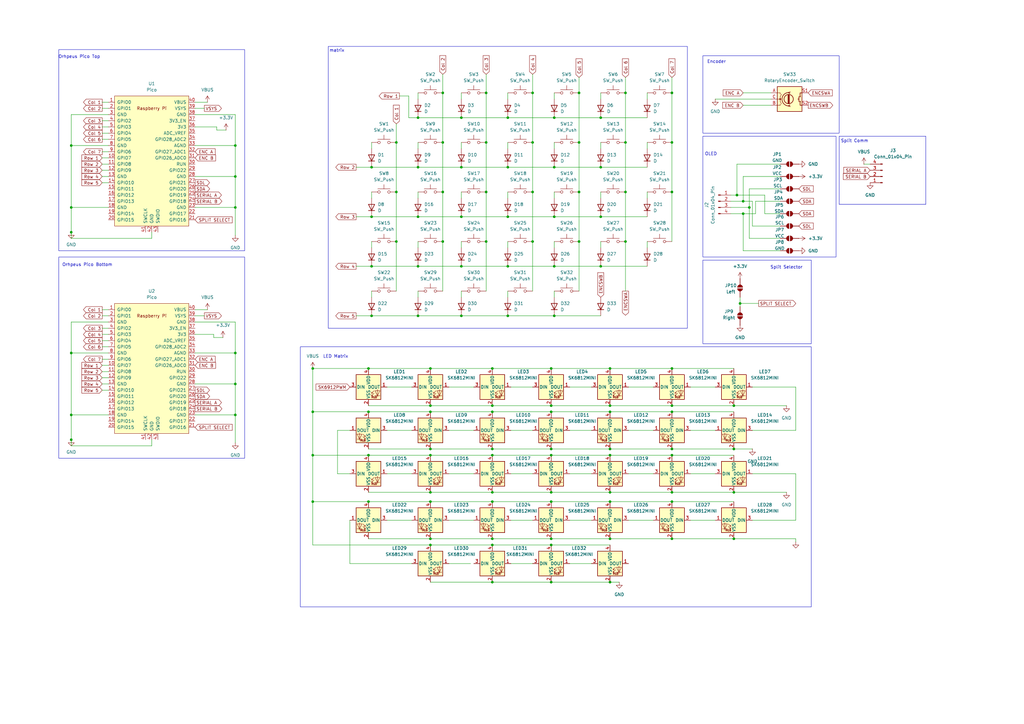
<source format=kicad_sch>
(kicad_sch (version 20231120) (generator "eeschema") (generator_version "8.0")
  (paper "A3")
  (junction (at 171.45 88.9))
  (junction (at 256.54 58.42))
  (junction (at 304.8 87.63))
  (junction (at 96.52 59.69))
  (junction (at 227.33 109.22))
  (junction (at 227.33 88.9))
  (junction (at 275.59 168.91))
  (junction (at 275.59 205.74))
  (junction (at 303.53 124.46))
  (junction (at 199.39 99.06))
  (junction (at 237.49 38.1))
  (junction (at 208.28 109.22))
  (junction (at 208.28 48.26))
  (junction (at 96.52 72.39))
  (junction (at 237.49 58.42))
  (junction (at 29.21 180.34))
  (junction (at 162.56 58.42))
  (junction (at 275.59 38.1))
  (junction (at 151.13 151.13))
  (junction (at 237.49 99.06))
  (junction (at 96.52 157.48))
  (junction (at 176.53 186.69))
  (junction (at 226.06 238.76))
  (junction (at 96.52 85.09))
  (junction (at 128.27 186.69))
  (junction (at 226.06 205.74))
  (junction (at 275.59 78.74))
  (junction (at 128.27 151.13))
  (junction (at 300.99 166.37))
  (junction (at 181.61 99.06))
  (junction (at 250.19 168.91))
  (junction (at 176.53 201.93))
  (junction (at 201.93 168.91))
  (junction (at 201.93 151.13))
  (junction (at 226.06 151.13))
  (junction (at 275.59 220.98))
  (junction (at 29.21 59.69))
  (junction (at 227.33 129.54))
  (junction (at 300.99 201.93))
  (junction (at 128.27 205.74))
  (junction (at 181.61 78.74))
  (junction (at 250.19 151.13))
  (junction (at 275.59 166.37))
  (junction (at 226.06 223.52))
  (junction (at 246.38 48.26))
  (junction (at 300.99 220.98))
  (junction (at 227.33 48.26))
  (junction (at 218.44 99.06))
  (junction (at 176.53 223.52))
  (junction (at 199.39 58.42))
  (junction (at 250.19 184.15))
  (junction (at 96.52 170.18))
  (junction (at 237.49 78.74))
  (junction (at 152.4 109.22))
  (junction (at 162.56 99.06))
  (junction (at 199.39 38.1))
  (junction (at 227.33 68.58))
  (junction (at 201.93 223.52))
  (junction (at 181.61 58.42))
  (junction (at 96.52 144.78))
  (junction (at 250.19 205.74))
  (junction (at 250.19 186.69))
  (junction (at 226.06 168.91))
  (junction (at 201.93 184.15))
  (junction (at 226.06 184.15))
  (junction (at 151.13 168.91))
  (junction (at 181.61 38.1))
  (junction (at 256.54 99.06))
  (junction (at 246.38 88.9))
  (junction (at 171.45 68.58))
  (junction (at 218.44 38.1))
  (junction (at 208.28 129.54))
  (junction (at 226.06 186.69))
  (junction (at 199.39 78.74))
  (junction (at 189.23 88.9))
  (junction (at 162.56 78.74))
  (junction (at 128.27 168.91))
  (junction (at 218.44 58.42))
  (junction (at 208.28 88.9))
  (junction (at 201.93 205.74))
  (junction (at 302.26 80.01))
  (junction (at 246.38 109.22))
  (junction (at 256.54 78.74))
  (junction (at 189.23 68.58))
  (junction (at 29.21 170.18))
  (junction (at 250.19 166.37))
  (junction (at 189.23 129.54))
  (junction (at 304.8 82.55))
  (junction (at 201.93 166.37))
  (junction (at 151.13 186.69))
  (junction (at 171.45 109.22))
  (junction (at 275.59 151.13))
  (junction (at 208.28 68.58))
  (junction (at 201.93 238.76))
  (junction (at 176.53 166.37))
  (junction (at 226.06 201.93))
  (junction (at 300.99 184.15))
  (junction (at 250.19 201.93))
  (junction (at 152.4 129.54))
  (junction (at 218.44 78.74))
  (junction (at 246.38 68.58))
  (junction (at 275.59 184.15))
  (junction (at 29.21 144.78))
  (junction (at 151.13 205.74))
  (junction (at 201.93 186.69))
  (junction (at 250.19 220.98))
  (junction (at 226.06 166.37))
  (junction (at 152.4 88.9))
  (junction (at 307.34 85.09))
  (junction (at 176.53 205.74))
  (junction (at 29.21 95.25))
  (junction (at 256.54 38.1))
  (junction (at 275.59 58.42))
  (junction (at 176.53 184.15))
  (junction (at 201.93 201.93))
  (junction (at 171.45 129.54))
  (junction (at 250.19 238.76))
  (junction (at 29.21 85.09))
  (junction (at 171.45 48.26))
  (junction (at 176.53 168.91))
  (junction (at 176.53 151.13))
  (junction (at 275.59 201.93))
  (junction (at 176.53 220.98))
  (junction (at 189.23 48.26))
  (junction (at 226.06 220.98))
  (junction (at 189.23 109.22))
  (junction (at 275.59 186.69))
  (junction (at 152.4 68.58))
  (junction (at 201.93 220.98))
  (wire (pts (xy 226.06 238.76) (xy 250.19 238.76)))
  (wire (pts (xy 41.91 54.61) (xy 44.45 54.61)))
  (wire (pts (xy 176.53 186.69) (xy 151.13 186.69)))
  (wire (pts (xy 199.39 99.06) (xy 199.39 119.38)))
  (wire (pts (xy 87.63 138.43) (xy 91.44 138.43)))
  (wire (pts (xy 44.45 46.99) (xy 29.21 46.99)))
  (wire (pts (xy 128.27 205.74) (xy 128.27 186.69)))
  (wire (pts (xy 308.61 194.31) (xy 326.39 194.31)))
  (wire (pts (xy 199.39 38.1) (xy 199.39 58.42)))
  (wire (pts (xy 171.45 109.22) (xy 189.23 109.22)))
  (wire (pts (xy 246.38 88.9) (xy 265.43 88.9)))
  (wire (pts (xy 176.53 166.37) (xy 201.93 166.37)))
  (wire (pts (xy 41.91 142.24) (xy 44.45 142.24)))
  (wire (pts (xy 283.21 194.31) (xy 293.37 194.31)))
  (wire (pts (xy 128.27 168.91) (xy 128.27 151.13)))
  (wire (pts (xy 41.91 74.93) (xy 44.45 74.93)))
  (wire (pts (xy 184.15 194.31) (xy 194.31 194.31)))
  (wire (pts (xy 308.61 158.75) (xy 326.39 158.75)))
  (wire (pts (xy 146.05 109.22) (xy 152.4 109.22)))
  (wire (pts (xy 80.01 46.99) (xy 96.52 46.99)))
  (wire (pts (xy 265.43 99.06) (xy 265.43 101.6)))
  (wire (pts (xy 201.93 166.37) (xy 226.06 166.37)))
  (wire (pts (xy 62.23 97.79) (xy 62.23 95.25)))
  (wire (pts (xy 304.8 87.63) (xy 309.88 87.63)))
  (wire (pts (xy 181.61 99.06) (xy 181.61 119.38)))
  (wire (pts (xy 320.04 92.71) (xy 308.61 92.71)))
  (wire (pts (xy 80.01 44.45) (xy 83.82 44.45)))
  (wire (pts (xy 283.21 158.75) (xy 293.37 158.75)))
  (wire (pts (xy 320.04 97.79) (xy 307.34 97.79)))
  (wire (pts (xy 41.91 147.32) (xy 44.45 147.32)))
  (wire (pts (xy 250.19 184.15) (xy 275.59 184.15)))
  (wire (pts (xy 176.53 223.52) (xy 201.93 223.52)))
  (wire (pts (xy 226.06 201.93) (xy 250.19 201.93)))
  (wire (pts (xy 257.81 194.31) (xy 267.97 194.31)))
  (wire (pts (xy 209.55 213.36) (xy 218.44 213.36)))
  (wire (pts (xy 80.01 85.09) (xy 96.52 85.09)))
  (wire (pts (xy 275.59 168.91) (xy 250.19 168.91)))
  (wire (pts (xy 304.8 102.87) (xy 304.8 87.63)))
  (wire (pts (xy 250.19 166.37) (xy 275.59 166.37)))
  (wire (pts (xy 184.15 158.75) (xy 194.31 158.75)))
  (wire (pts (xy 151.13 186.69) (xy 128.27 186.69)))
  (wire (pts (xy 171.45 38.1) (xy 171.45 40.64)))
  (wire (pts (xy 237.49 38.1) (xy 237.49 58.42)))
  (wire (pts (xy 41.91 127) (xy 44.45 127)))
  (wire (pts (xy 171.45 99.06) (xy 171.45 101.6)))
  (wire (pts (xy 151.13 166.37) (xy 176.53 166.37)))
  (wire (pts (xy 226.06 166.37) (xy 250.19 166.37)))
  (wire (pts (xy 189.23 68.58) (xy 208.28 68.58)))
  (wire (pts (xy 29.21 85.09) (xy 44.45 85.09)))
  (wire (pts (xy 304.8 72.39) (xy 320.04 72.39)))
  (wire (pts (xy 41.91 157.48) (xy 44.45 157.48)))
  (wire (pts (xy 138.43 176.53) (xy 138.43 194.31)))
  (wire (pts (xy 246.38 48.26) (xy 265.43 48.26)))
  (wire (pts (xy 181.61 30.48) (xy 181.61 38.1)))
  (wire (pts (xy 201.93 220.98) (xy 226.06 220.98)))
  (wire (pts (xy 309.88 82.55) (xy 320.04 82.55)))
  (wire (pts (xy 41.91 134.62) (xy 44.45 134.62)))
  (wire (pts (xy 189.23 38.1) (xy 189.23 40.64)))
  (wire (pts (xy 227.33 109.22) (xy 246.38 109.22)))
  (wire (pts (xy 257.81 176.53) (xy 267.97 176.53)))
  (wire (pts (xy 257.81 158.75) (xy 267.97 158.75)))
  (wire (pts (xy 80.01 137.16) (xy 87.63 137.16)))
  (wire (pts (xy 275.59 186.69) (xy 250.19 186.69)))
  (wire (pts (xy 304.8 82.55) (xy 304.8 72.39)))
  (wire (pts (xy 80.01 72.39) (xy 96.52 72.39)))
  (wire (pts (xy 167.64 39.37) (xy 167.64 48.26)))
  (wire (pts (xy 299.72 80.01) (xy 302.26 80.01)))
  (wire (pts (xy 80.01 144.78) (xy 96.52 144.78)))
  (wire (pts (xy 176.53 205.74) (xy 151.13 205.74)))
  (wire (pts (xy 158.75 176.53) (xy 168.91 176.53)))
  (wire (pts (xy 299.72 82.55) (xy 304.8 82.55)))
  (wire (pts (xy 233.68 158.75) (xy 242.57 158.75)))
  (wire (pts (xy 201.93 151.13) (xy 226.06 151.13)))
  (wire (pts (xy 326.39 220.98) (xy 326.39 222.25)))
  (wire (pts (xy 265.43 78.74) (xy 265.43 81.28)))
  (wire (pts (xy 41.91 149.86) (xy 44.45 149.86)))
  (wire (pts (xy 308.61 92.71) (xy 308.61 82.55)))
  (wire (pts (xy 176.53 151.13) (xy 201.93 151.13)))
  (wire (pts (xy 320.04 102.87) (xy 304.8 102.87)))
  (wire (pts (xy 80.01 127) (xy 85.09 127)))
  (wire (pts (xy 226.06 151.13) (xy 250.19 151.13)))
  (wire (pts (xy 326.39 213.36) (xy 308.61 213.36)))
  (wire (pts (xy 208.28 119.38) (xy 208.28 121.92)))
  (wire (pts (xy 176.53 184.15) (xy 201.93 184.15)))
  (wire (pts (xy 29.21 59.69) (xy 29.21 85.09)))
  (wire (pts (xy 275.59 205.74) (xy 250.19 205.74)))
  (wire (pts (xy 275.59 201.93) (xy 300.99 201.93)))
  (wire (pts (xy 256.54 38.1) (xy 256.54 58.42)))
  (wire (pts (xy 293.37 40.64) (xy 316.23 40.64)))
  (wire (pts (xy 250.19 205.74) (xy 226.06 205.74)))
  (wire (pts (xy 41.91 72.39) (xy 44.45 72.39)))
  (wire (pts (xy 184.15 231.14) (xy 193.04 231.14)))
  (wire (pts (xy 189.23 58.42) (xy 189.23 60.96)))
  (wire (pts (xy 303.53 124.46) (xy 311.15 124.46)))
  (wire (pts (xy 233.68 213.36) (xy 242.57 213.36)))
  (wire (pts (xy 218.44 30.48) (xy 218.44 38.1)))
  (wire (pts (xy 300.99 186.69) (xy 275.59 186.69)))
  (wire (pts (xy 96.52 144.78) (xy 96.52 157.48)))
  (wire (pts (xy 29.21 46.99) (xy 29.21 59.69)))
  (wire (pts (xy 250.19 186.69) (xy 226.06 186.69)))
  (wire (pts (xy 176.53 238.76) (xy 201.93 238.76)))
  (wire (pts (xy 299.72 87.63) (xy 304.8 87.63)))
  (wire (pts (xy 29.21 182.88) (xy 62.23 182.88)))
  (wire (pts (xy 265.43 38.1) (xy 265.43 40.64)))
  (wire (pts (xy 96.52 157.48) (xy 96.52 170.18)))
  (wire (pts (xy 162.56 78.74) (xy 162.56 99.06)))
  (wire (pts (xy 189.23 78.74) (xy 189.23 81.28)))
  (wire (pts (xy 275.59 220.98) (xy 300.99 220.98)))
  (wire (pts (xy 62.23 182.88) (xy 62.23 180.34)))
  (wire (pts (xy 152.4 129.54) (xy 171.45 129.54)))
  (wire (pts (xy 201.93 201.93) (xy 226.06 201.93)))
  (wire (pts (xy 300.99 184.15) (xy 308.61 184.15)))
  (wire (pts (xy 41.91 154.94) (xy 44.45 154.94)))
  (wire (pts (xy 29.21 182.88) (xy 29.21 180.34)))
  (wire (pts (xy 151.13 205.74) (xy 128.27 205.74)))
  (wire (pts (xy 233.68 231.14) (xy 242.57 231.14)))
  (wire (pts (xy 96.52 72.39) (xy 96.52 85.09)))
  (wire (pts (xy 176.53 168.91) (xy 151.13 168.91)))
  (wire (pts (xy 299.72 85.09) (xy 307.34 85.09)))
  (wire (pts (xy 308.61 82.55) (xy 304.8 82.55)))
  (wire (pts (xy 227.33 88.9) (xy 246.38 88.9)))
  (wire (pts (xy 80.01 52.07) (xy 88.9 52.07)))
  (wire (pts (xy 226.06 168.91) (xy 201.93 168.91)))
  (wire (pts (xy 256.54 78.74) (xy 256.54 99.06)))
  (wire (pts (xy 151.13 201.93) (xy 176.53 201.93)))
  (wire (pts (xy 226.06 220.98) (xy 250.19 220.98)))
  (wire (pts (xy 184.15 213.36) (xy 194.31 213.36)))
  (wire (pts (xy 41.91 139.7) (xy 44.45 139.7)))
  (wire (pts (xy 320.04 87.63) (xy 313.69 87.63)))
  (wire (pts (xy 233.68 194.31) (xy 242.57 194.31)))
  (wire (pts (xy 226.06 184.15) (xy 250.19 184.15)))
  (wire (pts (xy 41.91 69.85) (xy 44.45 69.85)))
  (wire (pts (xy 227.33 119.38) (xy 227.33 121.92)))
  (wire (pts (xy 80.01 129.54) (xy 83.82 129.54)))
  (wire (pts (xy 227.33 78.74) (xy 227.33 81.28)))
  (wire (pts (xy 143.51 231.14) (xy 168.91 231.14)))
  (wire (pts (xy 246.38 109.22) (xy 265.43 109.22)))
  (wire (pts (xy 246.38 78.74) (xy 246.38 81.28)))
  (wire (pts (xy 300.99 201.93) (xy 322.58 201.93)))
  (wire (pts (xy 171.45 78.74) (xy 171.45 81.28)))
  (wire (pts (xy 29.21 95.25) (xy 29.21 85.09)))
  (wire (pts (xy 250.19 238.76) (xy 254 238.76)))
  (wire (pts (xy 181.61 38.1) (xy 181.61 58.42)))
  (wire (pts (xy 167.64 48.26) (xy 171.45 48.26)))
  (wire (pts (xy 96.52 85.09) (xy 96.52 96.52)))
  (wire (pts (xy 209.55 231.14) (xy 218.44 231.14)))
  (wire (pts (xy 181.61 58.42) (xy 181.61 78.74)))
  (wire (pts (xy 227.33 48.26) (xy 246.38 48.26)))
  (wire (pts (xy 201.93 223.52) (xy 226.06 223.52)))
  (wire (pts (xy 29.21 170.18) (xy 44.45 170.18)))
  (wire (pts (xy 80.01 132.08) (xy 96.52 132.08)))
  (wire (pts (xy 171.45 58.42) (xy 171.45 60.96)))
  (wire (pts (xy 354.33 67.31) (xy 356.87 67.31)))
  (wire (pts (xy 151.13 151.13) (xy 176.53 151.13)))
  (wire (pts (xy 201.93 168.91) (xy 176.53 168.91)))
  (wire (pts (xy 163.83 39.37) (xy 167.64 39.37)))
  (wire (pts (xy 326.39 194.31) (xy 326.39 213.36)))
  (wire (pts (xy 233.68 176.53) (xy 242.57 176.53)))
  (wire (pts (xy 41.91 129.54) (xy 44.45 129.54)))
  (wire (pts (xy 208.28 99.06) (xy 208.28 101.6)))
  (wire (pts (xy 313.69 80.01) (xy 302.26 80.01)))
  (wire (pts (xy 29.21 144.78) (xy 29.21 170.18)))
  (wire (pts (xy 275.59 166.37) (xy 300.99 166.37)))
  (wire (pts (xy 128.27 223.52) (xy 176.53 223.52)))
  (wire (pts (xy 218.44 78.74) (xy 218.44 99.06)))
  (wire (pts (xy 275.59 38.1) (xy 275.59 58.42)))
  (wire (pts (xy 41.91 49.53) (xy 44.45 49.53)))
  (wire (pts (xy 151.13 184.15) (xy 176.53 184.15)))
  (wire (pts (xy 227.33 68.58) (xy 246.38 68.58)))
  (wire (pts (xy 158.75 194.31) (xy 168.91 194.31)))
  (wire (pts (xy 41.91 41.91) (xy 44.45 41.91)))
  (wire (pts (xy 29.21 97.79) (xy 29.21 95.25)))
  (wire (pts (xy 151.13 220.98) (xy 176.53 220.98)))
  (wire (pts (xy 189.23 119.38) (xy 189.23 121.92)))
  (wire (pts (xy 80.01 41.91) (xy 85.09 41.91)))
  (wire (pts (xy 162.56 58.42) (xy 162.56 78.74)))
  (wire (pts (xy 189.23 48.26) (xy 208.28 48.26)))
  (wire (pts (xy 209.55 176.53) (xy 218.44 176.53)))
  (wire (pts (xy 152.4 99.06) (xy 152.4 101.6)))
  (wire (pts (xy 143.51 213.36) (xy 143.51 231.14)))
  (wire (pts (xy 209.55 194.31) (xy 218.44 194.31)))
  (wire (pts (xy 152.4 78.74) (xy 152.4 81.28)))
  (wire (pts (xy 313.69 87.63) (xy 313.69 80.01)))
  (wire (pts (xy 246.38 68.58) (xy 265.43 68.58)))
  (wire (pts (xy 171.45 88.9) (xy 189.23 88.9)))
  (wire (pts (xy 189.23 109.22) (xy 208.28 109.22)))
  (wire (pts (xy 29.21 132.08) (xy 29.21 144.78)))
  (wire (pts (xy 199.39 78.74) (xy 199.39 99.06)))
  (wire (pts (xy 300.99 205.74) (xy 275.59 205.74)))
  (wire (pts (xy 44.45 59.69) (xy 29.21 59.69)))
  (wire (pts (xy 300.99 220.98) (xy 326.39 220.98)))
  (wire (pts (xy 41.91 137.16) (xy 44.45 137.16)))
  (wire (pts (xy 41.91 57.15) (xy 44.45 57.15)))
  (wire (pts (xy 326.39 158.75) (xy 326.39 176.53)))
  (wire (pts (xy 151.13 168.91) (xy 128.27 168.91)))
  (wire (pts (xy 96.52 59.69) (xy 96.52 72.39)))
  (wire (pts (xy 256.54 31.75) (xy 256.54 38.1)))
  (wire (pts (xy 246.38 38.1) (xy 246.38 40.64)))
  (wire (pts (xy 152.4 109.22) (xy 171.45 109.22)))
  (wire (pts (xy 152.4 58.42) (xy 152.4 60.96)))
  (wire (pts (xy 218.44 58.42) (xy 218.44 78.74)))
  (wire (pts (xy 227.33 38.1) (xy 227.33 40.64)))
  (wire (pts (xy 189.23 129.54) (xy 208.28 129.54)))
  (wire (pts (xy 199.39 58.42) (xy 199.39 78.74)))
  (wire (pts (xy 209.55 158.75) (xy 218.44 158.75)))
  (wire (pts (xy 41.91 62.23) (xy 44.45 62.23)))
  (wire (pts (xy 302.26 80.01) (xy 302.26 67.31)))
  (wire (pts (xy 227.33 129.54) (xy 246.38 129.54)))
  (wire (pts (xy 143.51 176.53) (xy 138.43 176.53)))
  (wire (pts (xy 199.39 30.48) (xy 199.39 38.1)))
  (wire (pts (xy 275.59 151.13) (xy 300.99 151.13)))
  (wire (pts (xy 152.4 119.38) (xy 152.4 121.92)))
  (wire (pts (xy 152.4 88.9) (xy 171.45 88.9)))
  (wire (pts (xy 158.75 158.75) (xy 168.91 158.75)))
  (wire (pts (xy 138.43 194.31) (xy 143.51 194.31)))
  (wire (pts (xy 227.33 99.06) (xy 227.33 101.6)))
  (wire (pts (xy 80.01 170.18) (xy 96.52 170.18)))
  (wire (pts (xy 218.44 38.1) (xy 218.44 58.42)))
  (wire (pts (xy 307.34 77.47) (xy 320.04 77.47)))
  (wire (pts (xy 208.28 58.42) (xy 208.28 60.96)))
  (wire (pts (xy 208.28 129.54) (xy 227.33 129.54)))
  (wire (pts (xy 250.19 151.13) (xy 275.59 151.13)))
  (wire (pts (xy 275.59 78.74) (xy 275.59 99.06)))
  (wire (pts (xy 250.19 168.91) (xy 226.06 168.91)))
  (wire (pts (xy 128.27 223.52) (xy 128.27 205.74)))
  (wire (pts (xy 208.28 78.74) (xy 208.28 81.28)))
  (wire (pts (xy 171.45 68.58) (xy 189.23 68.58)))
  (wire (pts (xy 171.45 119.38) (xy 171.45 121.92)))
  (wire (pts (xy 237.49 99.06) (xy 237.49 119.38)))
  (wire (pts (xy 96.52 132.08) (xy 96.52 144.78)))
  (wire (pts (xy 44.45 132.08) (xy 29.21 132.08)))
  (wire (pts (xy 41.91 64.77) (xy 44.45 64.77)))
  (wire (pts (xy 283.21 176.53) (xy 293.37 176.53)))
  (wire (pts (xy 307.34 97.79) (xy 307.34 85.09)))
  (wire (pts (xy 275.59 184.15) (xy 300.99 184.15)))
  (wire (pts (xy 146.05 88.9) (xy 152.4 88.9)))
  (wire (pts (xy 162.56 50.8) (xy 162.56 58.42)))
  (wire (pts (xy 226.06 223.52) (xy 250.19 223.52)))
  (wire (pts (xy 41.91 44.45) (xy 44.45 44.45)))
  (wire (pts (xy 176.53 220.98) (xy 201.93 220.98)))
  (wire (pts (xy 237.49 78.74) (xy 237.49 99.06)))
  (wire (pts (xy 80.01 157.48) (xy 96.52 157.48)))
  (wire (pts (xy 256.54 99.06) (xy 256.54 119.38)))
  (wire (pts (xy 226.06 205.74) (xy 201.93 205.74)))
  (wire (pts (xy 275.59 58.42) (xy 275.59 78.74)))
  (wire (pts (xy 96.52 170.18) (xy 96.52 181.61)))
  (wire (pts (xy 302.26 67.31) (xy 320.04 67.31)))
  (wire (pts (xy 208.28 109.22) (xy 227.33 109.22)))
  (wire (pts (xy 246.38 58.42) (xy 246.38 60.96)))
  (wire (pts (xy 181.61 78.74) (xy 181.61 99.06)))
  (wire (pts (xy 300.99 168.91) (xy 275.59 168.91)))
  (wire (pts (xy 265.43 58.42) (xy 265.43 60.96)))
  (wire (pts (xy 275.59 31.75) (xy 275.59 38.1)))
  (wire (pts (xy 303.53 121.92) (xy 303.53 124.46)))
  (wire (pts (xy 128.27 186.69) (xy 128.27 168.91)))
  (wire (pts (xy 201.93 238.76) (xy 226.06 238.76)))
  (wire (pts (xy 158.75 213.36) (xy 168.91 213.36)))
  (wire (pts (xy 307.34 85.09) (xy 307.34 77.47)))
  (wire (pts (xy 128.27 151.13) (xy 151.13 151.13)))
  (wire (pts (xy 300.99 166.37) (xy 322.58 166.37)))
  (wire (pts (xy 152.4 68.58) (xy 171.45 68.58)))
  (wire (pts (xy 44.45 144.78) (xy 29.21 144.78)))
  (wire (pts (xy 208.28 88.9) (xy 227.33 88.9)))
  (wire (pts (xy 304.8 38.1) (xy 316.23 38.1)))
  (wire (pts (xy 256.54 58.42) (xy 256.54 78.74)))
  (wire (pts (xy 250.19 201.93) (xy 275.59 201.93)))
  (wire (pts (xy 283.21 213.36) (xy 293.37 213.36)))
  (wire (pts (xy 201.93 205.74) (xy 176.53 205.74)))
  (wire (pts (xy 304.8 43.18) (xy 316.23 43.18)))
  (wire (pts (xy 96.52 46.99) (xy 96.52 59.69)))
  (wire (pts (xy 176.53 201.93) (xy 201.93 201.93)))
  (wire (pts (xy 246.38 99.06) (xy 246.38 101.6)))
  (wire (pts (xy 201.93 186.69) (xy 176.53 186.69)))
  (wire (pts (xy 309.88 87.63) (xy 309.88 82.55)))
  (wire (pts (xy 201.93 184.15) (xy 226.06 184.15)))
  (wire (pts (xy 88.9 53.34) (xy 92.71 53.34)))
  (wire (pts (xy 208.28 48.26) (xy 227.33 48.26)))
  (wire (pts (xy 184.15 176.53) (xy 194.31 176.53)))
  (wire (pts (xy 41.91 160.02) (xy 44.45 160.02)))
  (wire (pts (xy 29.21 180.34) (xy 29.21 170.18)))
  (wire (pts (xy 29.21 97.79) (xy 62.23 97.79)))
  (wire (pts (xy 162.56 99.06) (xy 162.56 119.38)))
  (wire (pts (xy 250.19 220.98) (xy 275.59 220.98)))
  (wire (pts (xy 237.49 31.75) (xy 237.49 38.1)))
  (wire (pts (xy 257.81 213.36) (xy 267.97 213.36)))
  (wire (pts (xy 227.33 58.42) (xy 227.33 60.96)))
  (wire (pts (xy 171.45 48.26) (xy 189.23 48.26)))
  (wire (pts (xy 303.53 124.46) (xy 303.53 125.73)))
  (wire (pts (xy 80.01 59.69) (xy 96.52 59.69)))
  (wire (pts (xy 218.44 99.06) (xy 218.44 119.38)))
  (wire (pts (xy 208.28 68.58) (xy 227.33 68.58)))
  (wire (pts (xy 189.23 88.9) (xy 208.28 88.9)))
  (wire (pts (xy 88.9 52.07) (xy 88.9 53.34)))
  (wire (pts (xy 226.06 186.69) (xy 201.93 186.69)))
  (wire (pts (xy 41.91 52.07) (xy 44.45 52.07)))
  (wire (pts (xy 171.45 129.54) (xy 189.23 129.54)))
  (wire (pts (xy 208.28 38.1) (xy 208.28 40.64)))
  (wire (pts (xy 41.91 152.4) (xy 44.45 152.4)))
  (wire (pts (xy 326.39 176.53) (xy 308.61 176.53)))
  (wire (pts (xy 87.63 137.16) (xy 87.63 138.43)))
  (wire (pts (xy 146.05 129.54) (xy 152.4 129.54)))
  (wire (pts (xy 41.91 67.31) (xy 44.45 67.31)))
  (wire (pts (xy 189.23 99.06) (xy 189.23 101.6)))
  (wire (pts (xy 146.05 68.58) (xy 152.4 68.58)))
  (wire (pts (xy 237.49 58.42) (xy 237.49 78.74)))
  (rectangle (start 288.29 22.86) (end 344.17 54.61))
  (rectangle (start 24.13 20.32) (end 100.33 102.87))
  (rectangle (start 24.13 105.41) (end 100.33 187.96))
  (rectangle (start 344.17 55.88) (end 379.73 83.82))
  (rectangle (start 123.19 142.24) (end 332.74 248.92))
  (rectangle (start 288.29 106.68) (end 332.74 140.97))
  (rectangle (start 288.29 55.88) (end 342.9 105.41))
  (rectangle (start 134.62 19.05) (end 281.94 134.62))
  (text "Encoder" (at 293.878 25.4 0) (effects (font (size 1.27 1.27))))
  (text "Split Selector" (at 322.58 109.728 0) (effects (font (size 1.27 1.27))))
  (text "Split Comm\n" (at 350.52 57.912 0) (effects (font (size 1.27 1.27))))
  (text "matrix" (at 138.176 20.828 0) (effects (font (size 1.27 1.27))))
  (text "Orhpeus Pico Bottom\n" (at 35.814 108.712 0) (effects (font (size 1.27 1.27))))
  (text "LED Matrix" (at 137.668 146.304 0) (effects (font (size 1.27 1.27))))
  (text "Orhpeus Pico Top\n" (at 32.512 23.368 0) (effects (font (size 1.27 1.27))))
  (text "OLED\n" (at 291.592 63.246 0) (effects (font (size 1.27 1.27))))
  (global_label "ENCSWA" (shape output) (at 256.54 119.38 270) (property "Intersheetrefs" "${INTERSHEET_REFS}" (effects (hide yes))))
  (global_label "Col 4" (shape input) (at 218.44 30.48 90) (property "Intersheetrefs" "${INTERSHEET_REFS}" (effects (hide yes))))
  (global_label "SDA" (shape output) (at 80.01 77.47 0) (property "Intersheetrefs" "${INTERSHEET_REFS}" (effects (hide yes))))
  (global_label "SDA" (shape output) (at 80.01 162.56 0) (property "Intersheetrefs" "${INTERSHEET_REFS}" (effects (hide yes))))
  (global_label "Col 3" (shape output) (at 41.91 49.53 180) (property "Intersheetrefs" "${INTERSHEET_REFS}" (effects (hide yes))))
  (global_label "Col 7" (shape output) (at 41.91 147.32 180) (property "Intersheetrefs" "${INTERSHEET_REFS}" (effects (hide yes))))
  (global_label "SERIAL A" (shape output) (at 80.01 165.1 0) (property "Intersheetrefs" "${INTERSHEET_REFS}" (effects (hide yes))))
  (global_label "SK6912PWM" (shape input) (at 143.51 158.75 180) (property "Intersheetrefs" "${INTERSHEET_REFS}" (effects (hide yes))))
  (global_label "VSYS" (shape output) (at 83.82 44.45 0) (property "Intersheetrefs" "${INTERSHEET_REFS}" (effects (hide yes))))
  (global_label "Col 5" (shape input) (at 237.49 31.75 90) (property "Intersheetrefs" "${INTERSHEET_REFS}" (effects (hide yes))))
  (global_label "Col 1" (shape input) (at 162.56 50.8 90) (property "Intersheetrefs" "${INTERSHEET_REFS}" (effects (hide yes))))
  (global_label "Row 2" (shape input) (at 41.91 152.4 180) (property "Intersheetrefs" "${INTERSHEET_REFS}" (effects (hide yes))))
  (global_label "Row 5" (shape input) (at 41.91 74.93 180) (property "Intersheetrefs" "${INTERSHEET_REFS}" (effects (hide yes))))
  (global_label "Row 2" (shape output) (at 146.05 68.58 180) (property "Intersheetrefs" "${INTERSHEET_REFS}" (effects (hide yes))))
  (global_label "SPLIT SELECT" (shape output) (at 311.15 124.46 0) (property "Intersheetrefs" "${INTERSHEET_REFS}" (effects (hide yes))))
  (global_label "SDL" (shape input) (at 327.66 92.71 0) (property "Intersheetrefs" "${INTERSHEET_REFS}" (effects (hide yes))))
  (global_label "ENC B" (shape input) (at 80.01 149.86 0) (property "Intersheetrefs" "${INTERSHEET_REFS}" (effects (hide yes))))
  (global_label "ENCSWA" (shape input) (at 331.47 38.1 0) (property "Intersheetrefs" "${INTERSHEET_REFS}" (effects (hide yes))))
  (global_label "Row 5" (shape input) (at 41.91 160.02 180) (property "Intersheetrefs" "${INTERSHEET_REFS}" (effects (hide yes))))
  (global_label "SERIAL B" (shape input) (at 356.87 72.39 180) (property "Intersheetrefs" "${INTERSHEET_REFS}" (effects (hide yes))))
  (global_label "Row 1" (shape output) (at 163.83 39.37 180) (property "Intersheetrefs" "${INTERSHEET_REFS}" (effects (hide yes))))
  (global_label "SDA" (shape input) (at 327.66 87.63 0) (property "Intersheetrefs" "${INTERSHEET_REFS}" (effects (hide yes))))
  (global_label "ENCSWB" (shape input) (at 246.38 121.92 90) (property "Intersheetrefs" "${INTERSHEET_REFS}" (effects (hide yes))))
  (global_label "SDL" (shape output) (at 80.01 74.93 0) (property "Intersheetrefs" "${INTERSHEET_REFS}" (effects (hide yes))))
  (global_label "SERIAL B" (shape output) (at 80.01 167.64 0) (property "Intersheetrefs" "${INTERSHEET_REFS}" (effects (hide yes))))
  (global_label "Col 7" (shape input) (at 275.59 31.75 90) (property "Intersheetrefs" "${INTERSHEET_REFS}" (effects (hide yes))))
  (global_label "Col 2" (shape input) (at 181.61 30.48 90) (property "Intersheetrefs" "${INTERSHEET_REFS}" (effects (hide yes))))
  (global_label "Col 4" (shape output) (at 41.91 52.07 180) (property "Intersheetrefs" "${INTERSHEET_REFS}" (effects (hide yes))))
  (global_label "SERIAL A" (shape output) (at 80.01 80.01 0) (property "Intersheetrefs" "${INTERSHEET_REFS}" (effects (hide yes))))
  (global_label "Col 6" (shape output) (at 41.91 142.24 180) (property "Intersheetrefs" "${INTERSHEET_REFS}" (effects (hide yes))))
  (global_label "Row 4" (shape output) (at 146.05 109.22 180) (property "Intersheetrefs" "${INTERSHEET_REFS}" (effects (hide yes))))
  (global_label "ENC B" (shape input) (at 304.8 43.18 180) (property "Intersheetrefs" "${INTERSHEET_REFS}" (effects (hide yes))))
  (global_label "SDL" (shape input) (at 327.66 77.47 0) (property "Intersheetrefs" "${INTERSHEET_REFS}" (effects (hide yes))))
  (global_label "Col 1" (shape output) (at 41.91 127 180) (property "Intersheetrefs" "${INTERSHEET_REFS}" (effects (hide yes))))
  (global_label "Row 3" (shape input) (at 41.91 69.85 180) (property "Intersheetrefs" "${INTERSHEET_REFS}" (effects (hide yes))))
  (global_label "Col 3" (shape input) (at 199.39 30.48 90) (property "Intersheetrefs" "${INTERSHEET_REFS}" (effects (hide yes))))
  (global_label "Row 5" (shape output) (at 146.05 129.54 180) (property "Intersheetrefs" "${INTERSHEET_REFS}" (effects (hide yes))))
  (global_label "Col 6" (shape input) (at 256.54 31.75 90) (property "Intersheetrefs" "${INTERSHEET_REFS}" (effects (hide yes))))
  (global_label "Col 2" (shape output) (at 41.91 129.54 180) (property "Intersheetrefs" "${INTERSHEET_REFS}" (effects (hide yes))))
  (global_label "SDA" (shape input) (at 327.66 82.55 0) (property "Intersheetrefs" "${INTERSHEET_REFS}" (effects (hide yes))))
  (global_label "Col 3" (shape output) (at 41.91 134.62 180) (property "Intersheetrefs" "${INTERSHEET_REFS}" (effects (hide yes))))
  (global_label "SERIAL A" (shape input) (at 356.87 69.85 180) (property "Intersheetrefs" "${INTERSHEET_REFS}" (effects (hide yes))))
  (global_label "Col 5" (shape output) (at 41.91 54.61 180) (property "Intersheetrefs" "${INTERSHEET_REFS}" (effects (hide yes))))
  (global_label "Col 4" (shape output) (at 41.91 137.16 180) (property "Intersheetrefs" "${INTERSHEET_REFS}" (effects (hide yes))))
  (global_label "Row 4" (shape input) (at 41.91 72.39 180) (property "Intersheetrefs" "${INTERSHEET_REFS}" (effects (hide yes))))
  (global_label "Col 2" (shape output) (at 41.91 44.45 180) (property "Intersheetrefs" "${INTERSHEET_REFS}" (effects (hide yes))))
  (global_label "Row 3" (shape output) (at 146.05 88.9 180) (property "Intersheetrefs" "${INTERSHEET_REFS}" (effects (hide yes))))
  (global_label "SDL" (shape output) (at 80.01 160.02 0) (property "Intersheetrefs" "${INTERSHEET_REFS}" (effects (hide yes))))
  (global_label "Row 4" (shape input) (at 41.91 157.48 180) (property "Intersheetrefs" "${INTERSHEET_REFS}" (effects (hide yes))))
  (global_label "Col 5" (shape output) (at 41.91 139.7 180) (property "Intersheetrefs" "${INTERSHEET_REFS}" (effects (hide yes))))
  (global_label "Col 7" (shape output) (at 41.91 62.23 180) (property "Intersheetrefs" "${INTERSHEET_REFS}" (effects (hide yes))))
  (global_label "Col 6" (shape output) (at 41.91 57.15 180) (property "Intersheetrefs" "${INTERSHEET_REFS}" (effects (hide yes))))
  (global_label "Row 1" (shape input) (at 41.91 64.77 180) (property "Intersheetrefs" "${INTERSHEET_REFS}" (effects (hide yes))))
  (global_label "ENC A" (shape input) (at 80.01 62.23 0) (property "Intersheetrefs" "${INTERSHEET_REFS}" (effects (hide yes))))
  (global_label "SPLIT SELECT" (shape input) (at 80.01 90.17 0) (property "Intersheetrefs" "${INTERSHEET_REFS}" (effects (hide yes))))
  (global_label "ENC B" (shape input) (at 80.01 64.77 0) (property "Intersheetrefs" "${INTERSHEET_REFS}" (effects (hide yes))))
  (global_label "SERIAL B" (shape output) (at 80.01 82.55 0) (property "Intersheetrefs" "${INTERSHEET_REFS}" (effects (hide yes))))
  (global_label "ENC A" (shape input) (at 80.01 147.32 0) (property "Intersheetrefs" "${INTERSHEET_REFS}" (effects (hide yes))))
  (global_label "ENC A" (shape input) (at 304.8 38.1 180) (property "Intersheetrefs" "${INTERSHEET_REFS}" (effects (hide yes))))
  (global_label "Col 1" (shape output) (at 41.91 41.91 180) (property "Intersheetrefs" "${INTERSHEET_REFS}" (effects (hide yes))))
  (global_label "Row 3" (shape input) (at 41.91 154.94 180) (property "Intersheetrefs" "${INTERSHEET_REFS}" (effects (hide yes))))
  (global_label "VSYS" (shape output) (at 83.82 129.54 0) (property "Intersheetrefs" "${INTERSHEET_REFS}" (effects (hide yes))))
  (global_label "ENCSWB" (shape output) (at 331.47 43.18 0) (property "Intersheetrefs" "${INTERSHEET_REFS}" (effects (hide yes))))
  (global_label "Row 2" (shape input) (at 41.91 67.31 180) (property "Intersheetrefs" "${INTERSHEET_REFS}" (effects (hide yes))))
  (global_label "Row 1" (shape input) (at 41.91 149.86 180) (property "Intersheetrefs" "${INTERSHEET_REFS}" (effects (hide yes))))
  (global_label "SPLIT SELECT" (shape input) (at 80.01 175.26 0) (property "Intersheetrefs" "${INTERSHEET_REFS}" (effects (hide yes))))
  (symbol (lib_id "LED:SK6812MINI") (at 176.53 158.75 0) (unit 1)
    (property "Reference" "LED2" (at 189.23 152.4314 0))
    (property "Value" "SK6812MINI" (at 189.23 154.9714 0))
    (property "Footprint" "reversible-kicad-footprints:MX-1U-SK6812Mini-E" (effects (hide yes)))
    (property "Datasheet" "https://cdn-shop.adafruit.com/product-files/2686/SK6812MINI_REV.01-1-2.pdf" (effects (hide yes)))
    (property "Description" "RGB LED with integrated controller" (effects (hide yes)))
  )
  (symbol (lib_id "Switch:SW_Push") (at 213.36 99.06 0) (unit 1)
    (property "Reference" "SW25" (at 213.36 91.44 0))
    (property "Value" "SW_Push" (at 213.36 93.98 0))
    (property "Footprint" "reversible-kicad-footprints:MX-1U-Hotswap" (effects (hide yes)))
    (property "Description" "Push button switch, generic, two pins" (effects (hide yes)))
  )
  (symbol (lib_id "Device:RotaryEncoder_Switch") (at 323.85 40.64 0) (unit 1)
    (property "Reference" "SW33" (at 323.85 30.48 0))
    (property "Value" "RotaryEncoder_Switch" (at 323.85 33.02 0))
    (property "Footprint" "Keebio-Parts:RotaryEncoder_EC11" (effects (hide yes)))
    (property "Description" "Rotary encoder, dual channel, incremental quadrate outputs, with switch" (effects (hide yes)))
  )
  (symbol (lib_id "LED:SK6812MINI") (at 275.59 194.31 0) (unit 1)
    (property "Reference" "LED20" (at 288.29 187.9914 0))
    (property "Value" "SK6812MINI" (at 288.29 190.5314 0))
    (property "Footprint" "reversible-kicad-footprints:MX-1U-SK6812Mini-E" (effects (hide yes)))
    (property "Datasheet" "https://cdn-shop.adafruit.com/product-files/2686/SK6812MINI_REV.01-1-2.pdf" (effects (hide yes)))
    (property "Description" "RGB LED with integrated controller" (effects (hide yes)))
  )
  (symbol (lib_id "power:+3.3V") (at 327.66 97.79 270) (unit 1)
    (property "Reference" "#PWR013" (effects (hide yes)))
    (property "Value" "+3.3V" (at 331.47 97.7899 90) (effects (justify left)))
    (property "Description" "Power symbol creates a global label with name \"+3.3V\"" (effects (hide yes)))
  )
  (symbol (lib_id "Switch:SW_Push") (at 232.41 58.42 0) (unit 1)
    (property "Reference" "SW12" (at 232.41 50.8 0))
    (property "Value" "SW_Push" (at 232.41 53.34 0))
    (property "Footprint" "reversible-kicad-footprints:MX-1U-Hotswap" (effects (hide yes)))
    (property "Description" "Push button switch, generic, two pins" (effects (hide yes)))
  )
  (symbol (lib_id "Switch:SW_Push") (at 232.41 119.38 0) (unit 1)
    (property "Reference" "SW32" (at 232.41 111.76 0))
    (property "Value" "SW_Push" (at 232.41 114.3 0))
    (property "Footprint" "reversible-kicad-footprints:MX-1U-Hotswap" (effects (hide yes)))
    (property "Description" "Push button switch, generic, two pins" (effects (hide yes)))
  )
  (symbol (lib_id "Device:D") (at 265.43 85.09 90) (unit 1)
    (property "Reference" "D21" (at 267.97 83.8199 90) (effects (justify right)))
    (property "Value" "D" (at 267.97 86.3599 90) (effects (justify right)))
    (property "Footprint" "Keebio-Parts:Diode-Hybrid-Dual" (effects (hide yes)))
    (property "Description" "Diode" (effects (hide yes)))
    (property "Sim.Device" "D" (effects (hide yes)))
    (property "Sim.Pins" "1=K 2=A" (effects (hide yes)))
  )
  (symbol (lib_id "LED:SK6812MINI") (at 151.13 158.75 0) (unit 1)
    (property "Reference" "LED1" (at 163.83 152.4314 0))
    (property "Value" "SK6812MINI" (at 163.83 154.9714 0))
    (property "Footprint" "reversible-kicad-footprints:MX-1U-SK6812Mini-E" (effects (hide yes)))
    (property "Datasheet" "https://cdn-shop.adafruit.com/product-files/2686/SK6812MINI_REV.01-1-2.pdf" (effects (hide yes)))
    (property "Description" "RGB LED with integrated controller" (effects (hide yes)))
  )
  (symbol (lib_id "LED:SK6812MINI") (at 250.19 231.14 0) (unit 1)
    (property "Reference" "LED32" (at 237.49 224.8214 0))
    (property "Value" "SK6812MINI" (at 237.49 227.3614 0))
    (property "Footprint" "reversible-kicad-footprints:MX-1U-SK6812Mini-E" (effects (hide yes)))
    (property "Datasheet" "https://cdn-shop.adafruit.com/product-files/2686/SK6812MINI_REV.01-1-2.pdf" (effects (hide yes)))
    (property "Description" "RGB LED with integrated controller" (effects (hide yes)))
  )
  (symbol (lib_id "LED:SK6812MINI") (at 201.93 194.31 0) (unit 1)
    (property "Reference" "LED17" (at 214.63 187.9914 0))
    (property "Value" "SK6812MINI" (at 214.63 190.5314 0))
    (property "Footprint" "reversible-kicad-footprints:MX-1U-SK6812Mini-E" (effects (hide yes)))
    (property "Datasheet" "https://cdn-shop.adafruit.com/product-files/2686/SK6812MINI_REV.01-1-2.pdf" (effects (hide yes)))
    (property "Description" "RGB LED with integrated controller" (effects (hide yes)))
  )
  (symbol (lib_id "Device:D") (at 227.33 85.09 90) (unit 1)
    (property "Reference" "D19" (at 229.87 83.8199 90) (effects (justify right)))
    (property "Value" "D" (at 229.87 86.3599 90) (effects (justify right)))
    (property "Footprint" "Keebio-Parts:Diode-Hybrid-Dual" (effects (hide yes)))
    (property "Description" "Diode" (effects (hide yes)))
    (property "Sim.Device" "D" (effects (hide yes)))
    (property "Sim.Pins" "1=K 2=A" (effects (hide yes)))
  )
  (symbol (lib_id "Switch:SW_Push") (at 157.48 78.74 0) (unit 1)
    (property "Reference" "SW8" (at 157.48 71.12 0))
    (property "Value" "SW_Push" (at 157.48 73.66 0))
    (property "Footprint" "reversible-kicad-footprints:MX-1U-Hotswap" (effects (hide yes)))
    (property "Description" "Push button switch, generic, two pins" (effects (hide yes)))
  )
  (symbol (lib_id "Switch:SW_Push") (at 251.46 58.42 0) (unit 1)
    (property "Reference" "SW13" (at 251.46 50.8 0))
    (property "Value" "SW_Push" (at 251.46 53.34 0))
    (property "Footprint" "reversible-kicad-footprints:MX-1U-Hotswap" (effects (hide yes)))
    (property "Description" "Push button switch, generic, two pins" (effects (hide yes)))
  )
  (symbol (lib_id "LED:SK6812MINI") (at 250.19 213.36 0) (mirror y) (unit 1)
    (property "Reference" "LED26" (at 262.89 207.0414 0))
    (property "Value" "SK6812MINI" (at 262.89 209.5814 0))
    (property "Footprint" "reversible-kicad-footprints:MX-1U-SK6812Mini-E" (effects (hide yes)))
    (property "Datasheet" "https://cdn-shop.adafruit.com/product-files/2686/SK6812MINI_REV.01-1-2.pdf" (effects (hide yes)))
    (property "Description" "RGB LED with integrated controller" (effects (hide yes)))
  )
  (symbol (lib_id "LED:SK6812MINI") (at 151.13 213.36 0) (mirror y) (unit 1)
    (property "Reference" "LED22" (at 163.83 207.0414 0))
    (property "Value" "SK6812MINI" (at 163.83 209.5814 0))
    (property "Footprint" "reversible-kicad-footprints:MX-1U-SK6812Mini-E" (effects (hide yes)))
    (property "Datasheet" "https://cdn-shop.adafruit.com/product-files/2686/SK6812MINI_REV.01-1-2.pdf" (effects (hide yes)))
    (property "Description" "RGB LED with integrated controller" (effects (hide yes)))
  )
  (symbol (lib_id "Device:D") (at 152.4 64.77 90) (unit 1)
    (property "Reference" "D1" (at 154.94 63.4999 90) (effects (justify right)))
    (property "Value" "D" (at 154.94 66.0399 90) (effects (justify right)))
    (property "Footprint" "Keebio-Parts:Diode-Hybrid-Dual" (effects (hide yes)))
    (property "Description" "Diode" (effects (hide yes)))
    (property "Sim.Device" "D" (effects (hide yes)))
    (property "Sim.Pins" "1=K 2=A" (effects (hide yes)))
  )
  (symbol (lib_id "LED:SK6812MINI") (at 151.13 194.31 0) (unit 1)
    (property "Reference" "LED15" (at 163.83 187.9914 0))
    (property "Value" "SK6812MINI" (at 163.83 190.5314 0))
    (property "Footprint" "reversible-kicad-footprints:MX-1U-SK6812Mini-E" (effects (hide yes)))
    (property "Datasheet" "https://cdn-shop.adafruit.com/product-files/2686/SK6812MINI_REV.01-1-2.pdf" (effects (hide yes)))
    (property "Description" "RGB LED with integrated controller" (effects (hide yes)))
  )
  (symbol (lib_id "LED:SK6812MINI") (at 300.99 213.36 0) (mirror y) (unit 1)
    (property "Reference" "LED28" (at 313.69 207.0414 0))
    (property "Value" "SK6812MINI" (at 313.69 209.5814 0))
    (property "Footprint" "reversible-kicad-footprints:MX-1U-SK6812Mini-E" (effects (hide yes)))
    (property "Datasheet" "https://cdn-shop.adafruit.com/product-files/2686/SK6812MINI_REV.01-1-2.pdf" (effects (hide yes)))
    (property "Description" "RGB LED with integrated controller" (effects (hide yes)))
  )
  (symbol (lib_id "Device:D") (at 208.28 44.45 90) (unit 1)
    (property "Reference" "D4" (at 210.82 43.1799 90) (effects (justify right)))
    (property "Value" "D" (at 210.82 45.7199 90) (effects (justify right)))
    (property "Footprint" "Keebio-Parts:Diode-Hybrid-Dual" (effects (hide yes)))
    (property "Description" "Diode" (effects (hide yes)))
    (property "Sim.Device" "D" (effects (hide yes)))
    (property "Sim.Pins" "1=K 2=A" (effects (hide yes)))
  )
  (symbol (lib_id "Device:D") (at 246.38 125.73 90) (unit 1)
    (property "Reference" "D33" (at 248.92 124.4599 90) (effects (justify right)))
    (property "Value" "D" (at 248.92 126.9999 90) (effects (justify right)))
    (property "Footprint" "Keebio-Parts:Diode-Hybrid-Dual" (effects (hide yes)))
    (property "Description" "Diode" (effects (hide yes)))
    (property "Sim.Device" "D" (effects (hide yes)))
    (property "Sim.Pins" "1=K 2=A" (effects (hide yes)))
  )
  (symbol (lib_id "Switch:SW_Push") (at 213.36 58.42 0) (unit 1)
    (property "Reference" "SW11" (at 213.36 50.8 0))
    (property "Value" "SW_Push" (at 213.36 53.34 0))
    (property "Footprint" "reversible-kicad-footprints:MX-1U-Hotswap" (effects (hide yes)))
    (property "Description" "Push button switch, generic, two pins" (effects (hide yes)))
  )
  (symbol (lib_id "Switch:SW_Push") (at 270.51 99.06 0) (unit 1)
    (property "Reference" "SW28" (at 270.51 91.44 0))
    (property "Value" "SW_Push" (at 270.51 93.98 0))
    (property "Footprint" "reversible-kicad-footprints:MX-1U-Hotswap" (effects (hide yes)))
    (property "Description" "Push button switch, generic, two pins" (effects (hide yes)))
  )
  (symbol (lib_id "Device:D") (at 227.33 105.41 90) (unit 1)
    (property "Reference" "D26" (at 229.87 104.1399 90) (effects (justify right)))
    (property "Value" "D" (at 229.87 106.6799 90) (effects (justify right)))
    (property "Footprint" "Keebio-Parts:Diode-Hybrid-Dual" (effects (hide yes)))
    (property "Description" "Diode" (effects (hide yes)))
    (property "Sim.Device" "D" (effects (hide yes)))
    (property "Sim.Pins" "1=K 2=A" (effects (hide yes)))
  )
  (symbol (lib_id "Device:D") (at 152.4 125.73 90) (unit 1)
    (property "Reference" "D22" (at 154.94 124.4599 90) (effects (justify right)))
    (property "Value" "D" (at 154.94 126.9999 90) (effects (justify right)))
    (property "Footprint" "Keebio-Parts:Diode-Hybrid-Dual" (effects (hide yes)))
    (property "Description" "Diode" (effects (hide yes)))
    (property "Sim.Device" "D" (effects (hide yes)))
    (property "Sim.Pins" "1=K 2=A" (effects (hide yes)))
  )
  (symbol (lib_id "Device:D") (at 246.38 85.09 90) (unit 1)
    (property "Reference" "D20" (at 248.92 83.8199 90) (effects (justify right)))
    (property "Value" "D" (at 248.92 86.3599 90) (effects (justify right)))
    (property "Footprint" "Keebio-Parts:Diode-Hybrid-Dual" (effects (hide yes)))
    (property "Description" "Diode" (effects (hide yes)))
    (property "Sim.Device" "D" (effects (hide yes)))
    (property "Sim.Pins" "1=K 2=A" (effects (hide yes)))
  )
  (symbol (lib_id "Switch:SW_Push") (at 157.48 99.06 0) (unit 1)
    (property "Reference" "SW15" (at 157.48 91.44 0))
    (property "Value" "SW_Push" (at 157.48 93.98 0))
    (property "Footprint" "reversible-kicad-footprints:MX-1U-Hotswap" (effects (hide yes)))
    (property "Description" "Push button switch, generic, two pins" (effects (hide yes)))
  )
  (symbol (lib_id "Switch:SW_Push") (at 194.31 99.06 0) (unit 1)
    (property "Reference" "SW24" (at 194.31 91.44 0))
    (property "Value" "SW_Push" (at 194.31 93.98 0))
    (property "Footprint" "reversible-kicad-footprints:MX-1U-Hotswap" (effects (hide yes)))
    (property "Description" "Push button switch, generic, two pins" (effects (hide yes)))
  )
  (symbol (lib_id "LED:SK6812MINI") (at 176.53 176.53 0) (mirror y) (unit 1)
    (property "Reference" "LED9" (at 189.23 170.2114 0))
    (property "Value" "SK6812MINI" (at 189.23 172.7514 0))
    (property "Footprint" "reversible-kicad-footprints:MX-1U-SK6812Mini-E" (effects (hide yes)))
    (property "Datasheet" "https://cdn-shop.adafruit.com/product-files/2686/SK6812MINI_REV.01-1-2.pdf" (effects (hide yes)))
    (property "Description" "RGB LED with integrated controller" (effects (hide yes)))
  )
  (symbol (lib_id "Device:D") (at 171.45 64.77 90) (unit 1)
    (property "Reference" "D9" (at 173.99 63.4999 90) (effects (justify right)))
    (property "Value" "D" (at 173.99 66.0399 90) (effects (justify right)))
    (property "Footprint" "Keebio-Parts:Diode-Hybrid-Dual" (effects (hide yes)))
    (property "Description" "Diode" (effects (hide yes)))
    (property "Sim.Device" "D" (effects (hide yes)))
    (property "Sim.Pins" "1=K 2=A" (effects (hide yes)))
  )
  (symbol (lib_id "LED:SK6812MINI") (at 176.53 213.36 0) (mirror y) (unit 1)
    (property "Reference" "LED23" (at 189.23 207.0414 0))
    (property "Value" "SK6812MINI" (at 189.23 209.5814 0))
    (property "Footprint" "reversible-kicad-footprints:MX-1U-SK6812Mini-E" (effects (hide yes)))
    (property "Datasheet" "https://cdn-shop.adafruit.com/product-files/2686/SK6812MINI_REV.01-1-2.pdf" (effects (hide yes)))
    (property "Description" "RGB LED with integrated controller" (effects (hide yes)))
  )
  (symbol (lib_id "Device:D") (at 189.23 125.73 90) (unit 1)
    (property "Reference" "D30" (at 191.77 124.4599 90) (effects (justify right)))
    (property "Value" "D" (at 191.77 126.9999 90) (effects (justify right)))
    (property "Footprint" "Keebio-Parts:Diode-Hybrid-Dual" (effects (hide yes)))
    (property "Description" "Diode" (effects (hide yes)))
    (property "Sim.Device" "D" (effects (hide yes)))
    (property "Sim.Pins" "1=K 2=A" (effects (hide yes)))
  )
  (symbol (lib_id "Device:D") (at 265.43 44.45 90) (unit 1)
    (property "Reference" "D7" (at 267.97 43.1799 90) (effects (justify right)))
    (property "Value" "D" (at 267.97 45.7199 90) (effects (justify right)))
    (property "Footprint" "Keebio-Parts:Diode-Hybrid-Dual" (effects (hide yes)))
    (property "Description" "Diode" (effects (hide yes)))
    (property "Sim.Device" "D" (effects (hide yes)))
    (property "Sim.Pins" "1=K 2=A" (effects (hide yes)))
  )
  (symbol (lib_id "Switch:SW_Push") (at 194.31 119.38 0) (unit 1)
    (property "Reference" "SW30" (at 194.31 111.76 0))
    (property "Value" "SW_Push" (at 194.31 114.3 0))
    (property "Footprint" "reversible-kicad-footprints:MX-1U-Hotswap" (effects (hide yes)))
    (property "Description" "Push button switch, generic, two pins" (effects (hide yes)))
  )
  (symbol (lib_id "Switch:SW_Push") (at 176.53 119.38 0) (unit 1)
    (property "Reference" "SW29" (at 176.53 111.76 0))
    (property "Value" "SW_Push" (at 176.53 114.3 0))
    (property "Footprint" "reversible-kicad-footprints:MX-1U-Hotswap" (effects (hide yes)))
    (property "Description" "Push button switch, generic, two pins" (effects (hide yes)))
  )
  (symbol (lib_id "Device:D") (at 208.28 64.77 90) (unit 1)
    (property "Reference" "D11" (at 210.82 63.4999 90) (effects (justify right)))
    (property "Value" "D" (at 210.82 66.0399 90) (effects (justify right)))
    (property "Footprint" "Keebio-Parts:Diode-Hybrid-Dual" (effects (hide yes)))
    (property "Description" "Diode" (effects (hide yes)))
    (property "Sim.Device" "D" (effects (hide yes)))
    (property "Sim.Pins" "1=K 2=A" (effects (hide yes)))
  )
  (symbol (lib_id "LED:SK6812MINI") (at 226.06 231.14 0) (unit 1)
    (property "Reference" "LED31" (at 213.36 224.8214 0))
    (property "Value" "SK6812MINI" (at 213.36 227.3614 0))
    (property "Footprint" "reversible-kicad-footprints:MX-1U-SK6812Mini-E" (effects (hide yes)))
    (property "Datasheet" "https://cdn-shop.adafruit.com/product-files/2686/SK6812MINI_REV.01-1-2.pdf" (effects (hide yes)))
    (property "Description" "RGB LED with integrated controller" (effects (hide yes)))
  )
  (symbol (lib_id "power:+3.3V") (at 91.44 138.43 0) (unit 1)
    (property "Reference" "#PWR020" (effects (hide yes)))
    (property "Value" "+3.3V" (at 91.44 133.35 0))
    (property "Description" "Power symbol creates a global label with name \"+3.3V\"" (effects (hide yes)))
  )
  (symbol (lib_id "Device:D") (at 189.23 85.09 90) (unit 1)
    (property "Reference" "D17" (at 191.77 83.8199 90) (effects (justify right)))
    (property "Value" "D" (at 191.77 86.3599 90) (effects (justify right)))
    (property "Footprint" "Keebio-Parts:Diode-Hybrid-Dual" (effects (hide yes)))
    (property "Description" "Diode" (effects (hide yes)))
    (property "Sim.Device" "D" (effects (hide yes)))
    (property "Sim.Pins" "1=K 2=A" (effects (hide yes)))
  )
  (symbol (lib_id "Switch:SW_Push") (at 270.51 78.74 0) (unit 1)
    (property "Reference" "SW21" (at 270.51 71.12 0))
    (property "Value" "SW_Push" (at 270.51 73.66 0))
    (property "Footprint" "reversible-kicad-footprints:MX-1U-Hotswap" (effects (hide yes)))
    (property "Description" "Push button switch, generic, two pins" (effects (hide yes)))
  )
  (symbol (lib_id "RPi_Pico:Pico") (at 62.23 66.04 0) (unit 1)
    (property "Reference" "U1" (at 62.23 34.29 0))
    (property "Value" "Pico" (at 62.23 36.83 0))
    (property "Footprint" "Module:RaspberryPi_Pico_SMD_HandSolder" (effects (hide yes)))
  )
  (symbol (lib_id "Switch:SW_Push") (at 176.53 58.42 0) (unit 1)
    (property "Reference" "SW9" (at 176.53 50.8 0))
    (property "Value" "SW_Push" (at 176.53 53.34 0))
    (property "Footprint" "reversible-kicad-footprints:MX-1U-Hotswap" (effects (hide yes)))
    (property "Description" "Push button switch, generic, two pins" (effects (hide yes)))
  )
  (symbol (lib_id "LED:SK6812MINI") (at 226.06 176.53 0) (mirror y) (unit 1)
    (property "Reference" "LED11" (at 238.76 170.2114 0))
    (property "Value" "SK6812MINI" (at 238.76 172.7514 0))
    (property "Footprint" "reversible-kicad-footprints:MX-1U-SK6812Mini-E" (effects (hide yes)))
    (property "Datasheet" "https://cdn-shop.adafruit.com/product-files/2686/SK6812MINI_REV.01-1-2.pdf" (effects (hide yes)))
    (property "Description" "RGB LED with integrated controller" (effects (hide yes)))
  )
  (symbol (lib_id "Device:D") (at 265.43 105.41 90) (unit 1)
    (property "Reference" "D28" (at 267.97 104.1399 90) (effects (justify right)))
    (property "Value" "D" (at 267.97 106.6799 90) (effects (justify right)))
    (property "Footprint" "Keebio-Parts:Diode-Hybrid-Dual" (effects (hide yes)))
    (property "Description" "Diode" (effects (hide yes)))
    (property "Sim.Device" "D" (effects (hide yes)))
    (property "Sim.Pins" "1=K 2=A" (effects (hide yes)))
  )
  (symbol (lib_id "Device:D") (at 189.23 64.77 90) (unit 1)
    (property "Reference" "D10" (at 191.77 63.4999 90) (effects (justify right)))
    (property "Value" "D" (at 191.77 66.0399 90) (effects (justify right)))
    (property "Footprint" "Keebio-Parts:Diode-Hybrid-Dual" (effects (hide yes)))
    (property "Description" "Diode" (effects (hide yes)))
    (property "Sim.Device" "D" (effects (hide yes)))
    (property "Sim.Pins" "1=K 2=A" (effects (hide yes)))
  )
  (symbol (lib_id "power:GND") (at 308.61 184.15 0) (unit 1)
    (property "Reference" "#PWR04" (effects (hide yes)))
    (property "Value" "GND" (at 308.61 189.23 0))
    (property "Description" "Power symbol creates a global label with name \"GND\" , ground" (effects (hide yes)))
  )
  (symbol (lib_id "power:GND") (at 29.21 180.34 0) (unit 1)
    (property "Reference" "#PWR018" (effects (hide yes)))
    (property "Value" "GND" (at 29.21 185.42 0))
    (property "Description" "Power symbol creates a global label with name \"GND\" , ground" (effects (hide yes)))
  )
  (symbol (lib_id "LED:SK6812MINI") (at 250.19 194.31 0) (unit 1)
    (property "Reference" "LED19" (at 262.89 187.9914 0))
    (property "Value" "SK6812MINI" (at 262.89 190.5314 0))
    (property "Footprint" "reversible-kicad-footprints:MX-1U-SK6812Mini-E" (effects (hide yes)))
    (property "Datasheet" "https://cdn-shop.adafruit.com/product-files/2686/SK6812MINI_REV.01-1-2.pdf" (effects (hide yes)))
    (property "Description" "RGB LED with integrated controller" (effects (hide yes)))
  )
  (symbol (lib_id "power:GND") (at 326.39 222.25 0) (unit 1)
    (property "Reference" "#PWR06" (effects (hide yes)))
    (property "Value" "GND" (effects (hide yes)))
    (property "Description" "Power symbol creates a global label with name \"GND\" , ground" (effects (hide yes)))
  )
  (symbol (lib_id "Device:D") (at 208.28 85.09 90) (unit 1)
    (property "Reference" "D18" (at 210.82 83.8199 90) (effects (justify right)))
    (property "Value" "D" (at 210.82 86.3599 90) (effects (justify right)))
    (property "Footprint" "Keebio-Parts:Diode-Hybrid-Dual" (effects (hide yes)))
    (property "Description" "Diode" (effects (hide yes)))
    (property "Sim.Device" "D" (effects (hide yes)))
    (property "Sim.Pins" "1=K 2=A" (effects (hide yes)))
  )
  (symbol (lib_id "Device:D") (at 246.38 64.77 90) (unit 1)
    (property "Reference" "D13" (at 248.92 63.4999 90) (effects (justify right)))
    (property "Value" "D" (at 248.92 66.0399 90) (effects (justify right)))
    (property "Footprint" "Keebio-Parts:Diode-Hybrid-Dual" (effects (hide yes)))
    (property "Description" "Diode" (effects (hide yes)))
    (property "Sim.Device" "D" (effects (hide yes)))
    (property "Sim.Pins" "1=K 2=A" (effects (hide yes)))
  )
  (symbol (lib_id "Switch:SW_Push") (at 232.41 99.06 0) (unit 1)
    (property "Reference" "SW26" (at 232.41 91.44 0))
    (property "Value" "SW_Push" (at 232.41 93.98 0))
    (property "Footprint" "reversible-kicad-footprints:MX-1U-Hotswap" (effects (hide yes)))
    (property "Description" "Push button switch, generic, two pins" (effects (hide yes)))
  )
  (symbol (lib_id "power:GND") (at 293.37 40.64 0) (unit 1)
    (property "Reference" "#PWR08" (effects (hide yes)))
    (property "Value" "GND" (at 293.37 45.72 0))
    (property "Description" "Power symbol creates a global label with name \"GND\" , ground" (effects (hide yes)))
  )
  (symbol (lib_id "LED:SK6812MINI") (at 275.59 213.36 0) (mirror y) (unit 1)
    (property "Reference" "LED27" (at 288.29 207.0414 0))
    (property "Value" "SK6812MINI" (at 288.29 209.5814 0))
    (property "Footprint" "reversible-kicad-footprints:MX-1U-SK6812Mini-E" (effects (hide yes)))
    (property "Datasheet" "https://cdn-shop.adafruit.com/product-files/2686/SK6812MINI_REV.01-1-2.pdf" (effects (hide yes)))
    (property "Description" "RGB LED with integrated controller" (effects (hide yes)))
  )
  (symbol (lib_id "Switch:SW_Push") (at 251.46 78.74 0) (unit 1)
    (property "Reference" "SW20" (at 251.46 71.12 0))
    (property "Value" "SW_Push" (at 251.46 73.66 0))
    (property "Footprint" "reversible-kicad-footprints:MX-1U-Hotswap" (effects (hide yes)))
    (property "Description" "Push button switch, generic, two pins" (effects (hide yes)))
  )
  (symbol (lib_id "power:VBUS") (at 85.09 41.91 0) (unit 1)
    (property "Reference" "#PWR011" (effects (hide yes)))
    (property "Value" "VBUS" (at 85.09 36.83 0))
    (property "Description" "Power symbol creates a global label with name \"VBUS\"" (effects (hide yes)))
  )
  (symbol (lib_id "Switch:SW_Push") (at 232.41 38.1 0) (unit 1)
    (property "Reference" "SW5" (at 232.41 30.48 0))
    (property "Value" "SW_Push" (at 232.41 33.02 0))
    (property "Footprint" "reversible-kicad-footprints:MX-1U-Hotswap" (effects (hide yes)))
    (property "Description" "Push button switch, generic, two pins" (effects (hide yes)))
  )
  (symbol (lib_id "Device:D") (at 208.28 125.73 90) (unit 1)
    (property "Reference" "D31" (at 210.82 124.4599 90) (effects (justify right)))
    (property "Value" "D" (at 210.82 126.9999 90) (effects (justify right)))
    (property "Footprint" "Keebio-Parts:Diode-Hybrid-Dual" (effects (hide yes)))
    (property "Description" "Diode" (effects (hide yes)))
    (property "Sim.Device" "D" (effects (hide yes)))
    (property "Sim.Pins" "1=K 2=A" (effects (hide yes)))
  )
  (symbol (lib_id "Switch:SW_Push") (at 194.31 78.74 0) (unit 1)
    (property "Reference" "SW17" (at 194.31 71.12 0))
    (property "Value" "SW_Push" (at 194.31 73.66 0))
    (property "Footprint" "reversible-kicad-footprints:MX-1U-Hotswap" (effects (hide yes)))
    (property "Description" "Push button switch, generic, two pins" (effects (hide yes)))
  )
  (symbol (lib_id "LED:SK6812MINI") (at 176.53 231.14 0) (unit 1)
    (property "Reference" "LED29" (at 163.83 224.8214 0))
    (property "Value" "SK6812MINI" (at 163.83 227.3614 0))
    (property "Footprint" "reversible-kicad-footprints:MX-1U-SK6812Mini-E" (effects (hide yes)))
    (property "Datasheet" "https://cdn-shop.adafruit.com/product-files/2686/SK6812MINI_REV.01-1-2.pdf" (effects (hide yes)))
    (property "Description" "RGB LED with integrated controller" (effects (hide yes)))
  )
  (symbol (lib_id "power:GND") (at 29.21 95.25 0) (unit 1)
    (property "Reference" "#PWR01" (effects (hide yes)))
    (property "Value" "GND" (at 29.21 100.33 0))
    (property "Description" "Power symbol creates a global label with name \"GND\" , ground" (effects (hide yes)))
  )
  (symbol (lib_id "Jumper:SolderJumper_2_Open") (at 323.85 92.71 0) (unit 1) (exclude_from_sim yes) (in_bom no)
    (property "Reference" "JP6" (at 319.786 88.9 0))
    (property "Value" "SCL" (at 319.786 91.44 0))
    (property "Footprint" "Keebio-Parts:solder_jumper" (effects (hide yes)))
    (property "Description" "Solder Jumper, 2-pole, open" (effects (hide yes)))
  )
  (symbol (lib_id "LED:SK6812MINI") (at 151.13 176.53 0) (mirror y) (unit 1)
    (property "Reference" "LED8" (at 163.83 170.2114 0))
    (property "Value" "SK6812MINI" (at 163.83 172.7514 0))
    (property "Footprint" "reversible-kicad-footprints:MX-1U-SK6812Mini-E" (effects (hide yes)))
    (property "Datasheet" "https://cdn-shop.adafruit.com/product-files/2686/SK6812MINI_REV.01-1-2.pdf" (effects (hide yes)))
    (property "Description" "RGB LED with integrated controller" (effects (hide yes)))
  )
  (symbol (lib_id "LED:SK6812MINI") (at 226.06 158.75 0) (unit 1)
    (property "Reference" "LED4" (at 238.76 152.4314 0))
    (property "Value" "SK6812MINI" (at 238.76 154.9714 0))
    (property "Footprint" "reversible-kicad-footprints:MX-1U-SK6812Mini-E" (effects (hide yes)))
    (property "Datasheet" "https://cdn-shop.adafruit.com/product-files/2686/SK6812MINI_REV.01-1-2.pdf" (effects (hide yes)))
    (property "Description" "RGB LED with integrated controller" (effects (hide yes)))
  )
  (symbol (lib_id "Device:D") (at 208.28 105.41 90) (unit 1)
    (property "Reference" "D25" (at 210.82 104.1399 90) (effects (justify right)))
    (property "Value" "D" (at 210.82 106.6799 90) (effects (justify right)))
    (property "Footprint" "Keebio-Parts:Diode-Hybrid-Dual" (effects (hide yes)))
    (property "Description" "Diode" (effects (hide yes)))
    (property "Sim.Device" "D" (effects (hide yes)))
    (property "Sim.Pins" "1=K 2=A" (effects (hide yes)))
  )
  (symbol (lib_id "power:GND") (at 303.53 133.35 0) (unit 1)
    (property "Reference" "#PWR022" (effects (hide yes)))
    (property "Value" "GND" (at 303.53 138.43 0))
    (property "Description" "Power symbol creates a global label with name \"GND\" , ground" (effects (hide yes)))
  )
  (symbol (lib_id "Device:D") (at 171.45 44.45 90) (unit 1)
    (property "Reference" "D2" (at 173.99 43.1799 90) (effects (justify right)))
    (property "Value" "D" (at 173.99 45.7199 90) (effects (justify right)))
    (property "Footprint" "Keebio-Parts:Diode-Hybrid-Dual" (effects (hide yes)))
    (property "Description" "Diode" (effects (hide yes)))
    (property "Sim.Device" "D" (effects (hide yes)))
    (property "Sim.Pins" "1=K 2=A" (effects (hide yes)))
  )
  (symbol (lib_id "LED:SK6812MINI") (at 275.59 158.75 0) (unit 1)
    (property "Reference" "LED6" (at 288.29 152.4314 0))
    (property "Value" "SK6812MINI" (at 288.29 154.9714 0))
    (property "Footprint" "reversible-kicad-footprints:MX-1U-SK6812Mini-E" (effects (hide yes)))
    (property "Datasheet" "https://cdn-shop.adafruit.com/product-files/2686/SK6812MINI_REV.01-1-2.pdf" (effects (hide yes)))
    (property "Description" "RGB LED with integrated controller" (effects (hide yes)))
  )
  (symbol (lib_id "power:GND") (at 254 238.76 0) (unit 1)
    (property "Reference" "#PWR07" (effects (hide yes)))
    (property "Value" "GND" (at 254 243.84 0))
    (property "Description" "Power symbol creates a global label with name \"GND\" , ground" (effects (hide yes)))
  )
  (symbol (lib_id "power:+3.3V") (at 303.53 114.3 0) (unit 1)
    (property "Reference" "#PWR021" (effects (hide yes)))
    (property "Value" "+3.3V" (at 303.53 109.22 0))
    (property "Description" "Power symbol creates a global label with name \"+3.3V\"" (effects (hide yes)))
  )
  (symbol (lib_id "Switch:SW_Push") (at 194.31 58.42 0) (unit 1)
    (property "Reference" "SW10" (at 194.31 50.8 0))
    (property "Value" "SW_Push" (at 194.31 53.34 0))
    (property "Footprint" "reversible-kicad-footprints:MX-1U-Hotswap" (effects (hide yes)))
    (property "Description" "Push button switch, generic, two pins" (effects (hide yes)))
  )
  (symbol (lib_id "LED:SK6812MINI") (at 300.99 176.53 0) (mirror y) (unit 1)
    (property "Reference" "LED14" (at 313.69 170.2114 0))
    (property "Value" "SK6812MINI" (at 313.69 172.7514 0))
    (property "Footprint" "reversible-kicad-footprints:MX-1U-SK6812Mini-E" (effects (hide yes)))
    (property "Datasheet" "https://cdn-shop.adafruit.com/product-files/2686/SK6812MINI_REV.01-1-2.pdf" (effects (hide yes)))
    (property "Description" "RGB LED with integrated controller" (effects (hide yes)))
  )
  (symbol (lib_id "power:GND") (at 322.58 201.93 0) (unit 1)
    (property "Reference" "#PWR05" (effects (hide yes)))
    (property "Value" "GND" (at 322.58 207.01 0))
    (property "Description" "Power symbol creates a global label with name \"GND\" , ground" (effects (hide yes)))
  )
  (symbol (lib_id "Jumper:SolderJumper_2_Open") (at 323.85 82.55 0) (unit 1) (exclude_from_sim yes) (in_bom no)
    (property "Reference" "JP4" (at 319.278 78.74 0))
    (property "Value" "SDA" (at 319.278 81.28 0))
    (property "Footprint" "Keebio-Parts:solder_jumper" (effects (hide yes)))
    (property "Description" "Solder Jumper, 2-pole, open" (effects (hide yes)))
  )
  (symbol (lib_id "Device:D") (at 227.33 44.45 90) (unit 1)
    (property "Reference" "D5" (at 229.87 43.1799 90) (effects (justify right)))
    (property "Value" "D" (at 229.87 45.7199 90) (effects (justify right)))
    (property "Footprint" "Keebio-Parts:Diode-Hybrid-Dual" (effects (hide yes)))
    (property "Description" "Diode" (effects (hide yes)))
    (property "Sim.Device" "D" (effects (hide yes)))
    (property "Sim.Pins" "1=K 2=A" (effects (hide yes)))
  )
  (symbol (lib_id "Jumper:SolderJumper_2_Open") (at 303.53 129.54 90) (unit 1) (exclude_from_sim yes) (in_bom no)
    (property "Reference" "JP9" (at 298.958 127.762 90))
    (property "Value" "Right" (at 298.958 130.302 90))
    (property "Footprint" "Keebio-Parts:solder_jumper" (effects (hide yes)))
    (property "Description" "Solder Jumper, 2-pole, open" (effects (hide yes)))
  )
  (symbol (lib_id "LED:SK6812MINI") (at 300.99 158.75 0) (unit 1)
    (property "Reference" "LED7" (at 313.69 152.4314 0))
    (property "Value" "SK6812MINI" (at 313.69 154.9714 0))
    (property "Footprint" "reversible-kicad-footprints:MX-1U-SK6812Mini-E" (effects (hide yes)))
    (property "Datasheet" "https://cdn-shop.adafruit.com/product-files/2686/SK6812MINI_REV.01-1-2.pdf" (effects (hide yes)))
    (property "Description" "RGB LED with integrated controller" (effects (hide yes)))
  )
  (symbol (lib_id "LED:SK6812MINI") (at 176.53 194.31 0) (unit 1)
    (property "Reference" "LED16" (at 189.23 187.9914 0))
    (property "Value" "SK6812MINI" (at 189.23 190.5314 0))
    (property "Footprint" "reversible-kicad-footprints:MX-1U-SK6812Mini-E" (effects (hide yes)))
    (property "Datasheet" "https://cdn-shop.adafruit.com/product-files/2686/SK6812MINI_REV.01-1-2.pdf" (effects (hide yes)))
    (property "Description" "RGB LED with integrated controller" (effects (hide yes)))
  )
  (symbol (lib_id "power:VBUS") (at 354.33 67.31 0) (mirror y) (unit 1)
    (property "Reference" "#PWR024" (effects (hide yes)))
    (property "Value" "VBUS" (at 354.33 62.23 0))
    (property "Description" "Power symbol creates a global label with name \"VBUS\"" (effects (hide yes)))
  )
  (symbol (lib_id "Device:D") (at 246.38 105.41 90) (unit 1)
    (property "Reference" "D27" (at 248.92 104.1399 90) (effects (justify right)))
    (property "Value" "D" (at 248.92 106.6799 90) (effects (justify right)))
    (property "Footprint" "Keebio-Parts:Diode-Hybrid-Dual" (effects (hide yes)))
    (property "Description" "Diode" (effects (hide yes)))
    (property "Sim.Device" "D" (effects (hide yes)))
    (property "Sim.Pins" "1=K 2=A" (effects (hide yes)))
  )
  (symbol (lib_id "power:GND") (at 96.52 181.61 0) (unit 1)
    (property "Reference" "#PWR019" (effects (hide yes)))
    (property "Value" "GND" (at 96.52 186.69 0))
    (property "Description" "Power symbol creates a global label with name \"GND\" , ground" (effects (hide yes)))
  )
  (symbol (lib_id "Connector:Conn_01x04_Pin") (at 294.64 82.55 0) (unit 1)
    (property "Reference" "J2" (at 289.814 84.074 90))
    (property "Value" "Conn_01x04_Pin" (at 292.354 84.074 90))
    (property "Footprint" "Keebio-Parts:I2C_Breakout" (effects (hide yes)))
    (property "Description" "Generic connector, single row, 01x04, script generated" (effects (hide yes)))
  )
  (symbol (lib_id "Device:D") (at 227.33 64.77 90) (unit 1)
    (property "Reference" "D12" (at 229.87 63.4999 90) (effects (justify right)))
    (property "Value" "D" (at 229.87 66.0399 90) (effects (justify right)))
    (property "Footprint" "Keebio-Parts:Diode-Hybrid-Dual" (effects (hide yes)))
    (property "Description" "Diode" (effects (hide yes)))
    (property "Sim.Device" "D" (effects (hide yes)))
    (property "Sim.Pins" "1=K 2=A" (effects (hide yes)))
  )
  (symbol (lib_id "Switch:SW_Push") (at 213.36 38.1 0) (unit 1)
    (property "Reference" "SW4" (at 213.36 30.48 0))
    (property "Value" "SW_Push" (at 213.36 33.02 0))
    (property "Footprint" "reversible-kicad-footprints:MX-1U-Hotswap" (effects (hide yes)))
    (property "Description" "Push button switch, generic, two pins" (effects (hide yes)))
  )
  (symbol (lib_id "LED:SK6812MINI") (at 275.59 176.53 0) (mirror y) (unit 1)
    (property "Reference" "LED13" (at 288.29 170.2114 0))
    (property "Value" "SK6812MINI" (at 288.29 172.7514 0))
    (property "Footprint" "reversible-kicad-footprints:MX-1U-SK6812Mini-E" (effects (hide yes)))
    (property "Datasheet" "https://cdn-shop.adafruit.com/product-files/2686/SK6812MINI_REV.01-1-2.pdf" (effects (hide yes)))
    (property "Description" "RGB LED with integrated controller" (effects (hide yes)))
  )
  (symbol (lib_id "Switch:SW_Push") (at 157.48 119.38 0) (unit 1)
    (property "Reference" "SW22" (at 157.48 111.76 0))
    (property "Value" "SW_Push" (at 157.48 114.3 0))
    (property "Footprint" "reversible-kicad-footprints:MX-1U-Hotswap" (effects (hide yes)))
    (property "Description" "Push button switch, generic, two pins" (effects (hide yes)))
  )
  (symbol (lib_id "power:VBUS") (at 128.27 151.13 0) (unit 1)
    (property "Reference" "#PWR016" (effects (hide yes)))
    (property "Value" "VBUS" (at 128.27 146.05 0))
    (property "Description" "Power symbol creates a global label with name \"VBUS\"" (effects (hide yes)))
  )
  (symbol (lib_id "Jumper:SolderJumper_2_Open") (at 323.85 87.63 0) (unit 1) (exclude_from_sim yes) (in_bom no)
    (property "Reference" "JP5" (at 319.532 84.074 0))
    (property "Value" "SDA" (at 319.532 86.614 0))
    (property "Footprint" "Keebio-Parts:solder_jumper" (effects (hide yes)))
    (property "Description" "Solder Jumper, 2-pole, open" (effects (hide yes)))
  )
  (symbol (lib_id "power:GND") (at 96.52 96.52 0) (unit 1)
    (property "Reference" "#PWR02" (effects (hide yes)))
    (property "Value" "GND" (at 96.52 101.6 0))
    (property "Description" "Power symbol creates a global label with name \"GND\" , ground" (effects (hide yes)))
  )
  (symbol (lib_id "Switch:SW_Push") (at 251.46 38.1 0) (unit 1)
    (property "Reference" "SW6" (at 251.46 30.48 0))
    (property "Value" "SW_Push" (at 251.46 33.02 0))
    (property "Footprint" "reversible-kicad-footprints:MX-1U-Hotswap" (effects (hide yes)))
    (property "Description" "Push button switch, generic, two pins" (effects (hide yes)))
  )
  (symbol (lib_id "Switch:SW_Push") (at 232.41 78.74 0) (unit 1)
    (property "Reference" "SW19" (at 232.41 71.12 0))
    (property "Value" "SW_Push" (at 232.41 73.66 0))
    (property "Footprint" "reversible-kicad-footprints:MX-1U-Hotswap" (effects (hide yes)))
    (property "Description" "Push button switch, generic, two pins" (effects (hide yes)))
  )
  (symbol (lib_id "Switch:SW_Push") (at 176.53 78.74 0) (unit 1)
    (property "Reference" "SW16" (at 176.53 71.12 0))
    (property "Value" "SW_Push" (at 176.53 73.66 0))
    (property "Footprint" "reversible-kicad-footprints:MX-1U-Hotswap" (effects (hide yes)))
    (property "Description" "Push button switch, generic, two pins" (effects (hide yes)))
  )
  (symbol (lib_id "Device:D") (at 227.33 125.73 90) (unit 1)
    (property "Reference" "D32" (at 229.87 124.4599 90) (effects (justify right)))
    (property "Value" "D" (at 229.87 126.9999 90) (effects (justify right)))
    (property "Footprint" "Keebio-Parts:Diode-Hybrid-Dual" (effects (hide yes)))
    (property "Description" "Diode" (effects (hide yes)))
    (property "Sim.Device" "D" (effects (hide yes)))
    (property "Sim.Pins" "1=K 2=A" (effects (hide yes)))
  )
  (symbol (lib_id "Switch:SW_Push") (at 176.53 38.1 0) (unit 1)
    (property "Reference" "SW2" (at 176.53 30.48 0))
    (property "Value" "SW_Push" (at 176.53 33.02 0))
    (property "Footprint" "reversible-kicad-footprints:MX-1U-Hotswap" (effects (hide yes)))
    (property "Description" "Push button switch, generic, two pins" (effects (hide yes)))
  )
  (symbol (lib_id "Device:D") (at 171.45 125.73 90) (unit 1)
    (property "Reference" "D29" (at 173.99 124.4599 90) (effects (justify right)))
    (property "Value" "D" (at 173.99 126.9999 90) (effects (justify right)))
    (property "Footprint" "Keebio-Parts:Diode-Hybrid-Dual" (effects (hide yes)))
    (property "Description" "Diode" (effects (hide yes)))
    (property "Sim.Device" "D" (effects (hide yes)))
    (property "Sim.Pins" "1=K 2=A" (effects (hide yes)))
  )
  (symbol (lib_id "power:GND") (at 322.58 166.37 0) (unit 1)
    (property "Reference" "#PWR03" (effects (hide yes)))
    (property "Value" "GND" (at 322.58 171.45 0))
    (property "Description" "Power symbol creates a global label with name \"GND\" , ground" (effects (hide yes)))
  )
  (symbol (lib_id "LED:SK6812MINI") (at 226.06 213.36 0) (mirror y) (unit 1)
    (property "Reference" "LED25" (at 238.76 207.0414 0))
    (property "Value" "SK6812MINI" (at 238.76 209.5814 0))
    (property "Footprint" "reversible-kicad-footprints:MX-1U-SK6812Mini-E" (effects (hide yes)))
    (property "Datasheet" "https://cdn-shop.adafruit.com/product-files/2686/SK6812MINI_REV.01-1-2.pdf" (effects (hide yes)))
    (property "Description" "RGB LED with integrated controller" (effects (hide yes)))
  )
  (symbol (lib_id "RPi_Pico:Pico") (at 62.23 151.13 0) (unit 1)
    (property "Reference" "U2" (at 62.23 119.38 0))
    (property "Value" "Pico" (at 62.23 121.92 0))
    (property "Footprint" "Module:RaspberryPi_Pico_SMD_HandSolder" (effects (hide yes)))
  )
  (symbol (lib_id "LED:SK6812MINI") (at 201.93 231.14 0) (unit 1)
    (property "Reference" "LED30" (at 189.23 224.8214 0))
    (property "Value" "SK6812MINI" (at 189.23 227.3614 0))
    (property "Footprint" "reversible-kicad-footprints:MX-1U-SK6812Mini-E" (effects (hide yes)))
    (property "Datasheet" "https://cdn-shop.adafruit.com/product-files/2686/SK6812MINI_REV.01-1-2.pdf" (effects (hide yes)))
    (property "Description" "RGB LED with integrated controller" (effects (hide yes)))
  )
  (symbol (lib_id "LED:SK6812MINI") (at 201.93 176.53 0) (mirror y) (unit 1)
    (property "Reference" "LED10" (at 214.63 170.2114 0))
    (property "Value" "SK6812MINI" (at 214.63 172.7514 0))
    (property "Footprint" "reversible-kicad-footprints:MX-1U-SK6812Mini-E" (effects (hide yes)))
    (property "Datasheet" "https://cdn-shop.adafruit.com/product-files/2686/SK6812MINI_REV.01-1-2.pdf" (effects (hide yes)))
    (property "Description" "RGB LED with integrated controller" (effects (hide yes)))
  )
  (symbol (lib_id "Device:D") (at 152.4 105.41 90) (unit 1)
    (property "Reference" "D15" (at 154.94 104.1399 90) (effects (justify right)))
    (property "Value" "D" (at 154.94 106.6799 90) (effects (justify right)))
    (property "Footprint" "Keebio-Parts:Diode-Hybrid-Dual" (effects (hide yes)))
    (property "Description" "Diode" (effects (hide yes)))
    (property "Sim.Device" "D" (effects (hide yes)))
    (property "Sim.Pins" "1=K 2=A" (effects (hide yes)))
  )
  (symbol (lib_id "LED:SK6812MINI") (at 250.19 176.53 0) (mirror y) (unit 1)
    (property "Reference" "LED12" (at 262.89 170.2114 0))
    (property "Value" "SK6812MINI" (at 262.89 172.7514 0))
    (property "Footprint" "reversible-kicad-footprints:MX-1U-SK6812Mini-E" (effects (hide yes)))
    (property "Datasheet" "https://cdn-shop.adafruit.com/product-files/2686/SK6812MINI_REV.01-1-2.pdf" (effects (hide yes)))
    (property "Description" "RGB LED with integrated controller" (effects (hide yes)))
  )
  (symbol (lib_id "power:+3.3V") (at 327.66 72.39 270) (unit 1)
    (property "Reference" "#PWR014" (effects (hide yes)))
    (property "Value" "+3.3V" (at 331.47 72.3899 90) (effects (justify left)))
    (property "Description" "Power symbol creates a global label with name \"+3.3V\"" (effects (hide yes)))
  )
  (symbol (lib_id "Jumper:SolderJumper_2_Open") (at 323.85 77.47 0) (unit 1) (exclude_from_sim yes) (in_bom no)
    (property "Reference" "JP3" (at 319.024 73.66 0))
    (property "Value" "SCL" (at 319.024 76.2 0))
    (property "Footprint" "Keebio-Parts:solder_jumper" (effects (hide yes)))
    (property "Description" "Solder Jumper, 2-pole, open" (effects (hide yes)))
  )
  (symbol (lib_id "Jumper:SolderJumper_2_Open") (at 323.85 72.39 0) (unit 1) (exclude_from_sim yes) (in_bom no)
    (property "Reference" "JP2" (at 318.77 68.58 0))
    (property "Value" "VCC" (at 318.77 71.12 0))
    (property "Footprint" "Keebio-Parts:solder_jumper" (effects (hide yes)))
    (property "Description" "Solder Jumper, 2-pole, open" (effects (hide yes)))
  )
  (symbol (lib_id "Switch:SW_Push") (at 251.46 99.06 0) (unit 1)
    (property "Reference" "SW27" (at 251.46 91.44 0))
    (property "Value" "SW_Push" (at 251.46 93.98 0))
    (property "Footprint" "reversible-kicad-footprints:MX-1U-Hotswap" (effects (hide yes)))
    (property "Description" "Push button switch, generic, two pins" (effects (hide yes)))
  )
  (symbol (lib_id "power:+3.3V") (at 92.71 53.34 0) (unit 1)
    (property "Reference" "#PWR09" (effects (hide yes)))
    (property "Value" "+3.3V" (at 92.71 48.26 0))
    (property "Description" "Power symbol creates a global label with name \"+3.3V\"" (effects (hide yes)))
  )
  (symbol (lib_id "Jumper:SolderJumper_2_Open") (at 323.85 102.87 0) (unit 1) (exclude_from_sim yes) (in_bom no)
    (property "Reference" "JP8" (at 319.786 99.314 0))
    (property "Value" "GND" (at 319.786 101.854 0))
    (property "Footprint" "Keebio-Parts:solder_jumper" (effects (hide yes)))
    (property "Description" "Solder Jumper, 2-pole, open" (effects (hide yes)))
  )
  (symbol (lib_id "Device:D") (at 152.4 85.09 90) (unit 1)
    (property "Reference" "D8" (at 154.94 83.8199 90) (effects (justify right)))
    (property "Value" "D" (at 154.94 86.3599 90) (effects (justify right)))
    (property "Footprint" "Keebio-Parts:Diode-Hybrid-Dual" (effects (hide yes)))
    (property "Description" "Diode" (effects (hide yes)))
    (property "Sim.Device" "D" (effects (hide yes)))
    (property "Sim.Pins" "1=K 2=A" (effects (hide yes)))
  )
  (symbol (lib_id "Jumper:SolderJumper_2_Open") (at 323.85 97.79 0) (unit 1) (exclude_from_sim yes) (in_bom no)
    (property "Reference" "JP7" (at 319.786 94.234 0))
    (property "Value" "VCC" (at 319.786 96.774 0))
    (property "Footprint" "Keebio-Parts:solder_jumper" (effects (hide yes)))
    (property "Description" "Solder Jumper, 2-pole, open" (effects (hide yes)))
  )
  (symbol (lib_id "Switch:SW_Push") (at 213.36 78.74 0) (unit 1)
    (property "Reference" "SW18" (at 213.36 71.12 0))
    (property "Value" "SW_Push" (at 213.36 73.66 0))
    (property "Footprint" "reversible-kicad-footprints:MX-1U-Hotswap" (effects (hide yes)))
    (property "Description" "Push button switch, generic, two pins" (effects (hide yes)))
  )
  (symbol (lib_id "LED:SK6812MINI") (at 201.93 158.75 0) (unit 1)
    (property "Reference" "LED3" (at 214.63 152.4314 0))
    (property "Value" "SK6812MINI" (at 214.63 154.9714 0))
    (property "Footprint" "reversible-kicad-footprints:MX-1U-SK6812Mini-E" (effects (hide yes)))
    (property "Datasheet" "https://cdn-shop.adafruit.com/product-files/2686/SK6812MINI_REV.01-1-2.pdf" (effects (hide yes)))
    (property "Description" "RGB LED with integrated controller" (effects (hide yes)))
  )
  (symbol (lib_id "power:GND") (at 356.87 74.93 0) (mirror y) (unit 1)
    (property "Reference" "#PWR023" (effects (hide yes)))
    (property "Value" "GND" (at 356.87 80.01 0))
    (property "Description" "Power symbol creates a global label with name \"GND\" , ground" (effects (hide yes)))
  )
  (symbol (lib_id "Switch:SW_Push") (at 157.48 58.42 0) (unit 1)
    (property "Reference" "SW1" (at 157.48 50.8 0))
    (property "Value" "SW_Push" (at 157.48 53.34 0))
    (property "Footprint" "reversible-kicad-footprints:MX-1U-Hotswap" (effects (hide yes)))
    (property "Description" "Push button switch, generic, two pins" (effects (hide yes)))
  )
  (symbol (lib_id "Device:D") (at 171.45 85.09 90) (unit 1)
    (property "Reference" "D16" (at 173.99 83.8199 90) (effects (justify right)))
    (property "Value" "D" (at 173.99 86.3599 90) (effects (justify right)))
    (property "Footprint" "Keebio-Parts:Diode-Hybrid-Dual" (effects (hide yes)))
    (property "Description" "Diode" (effects (hide yes)))
    (property "Sim.Device" "D" (effects (hide yes)))
    (property "Sim.Pins" "1=K 2=A" (effects (hide yes)))
  )
  (symbol (lib_id "Switch:SW_Push") (at 270.51 38.1 0) (unit 1)
    (property "Reference" "SW7" (at 270.51 30.48 0))
    (property "Value" "SW_Push" (at 270.51 33.02 0))
    (property "Footprint" "reversible-kicad-footprints:MX-1U-Hotswap" (effects (hide yes)))
    (property "Description" "Push button switch, generic, two pins" (effects (hide yes)))
  )
  (symbol (lib_id "Jumper:SolderJumper_2_Open") (at 323.85 67.31 0) (unit 1) (exclude_from_sim yes) (in_bom no)
    (property "Reference" "JP1" (at 318.77 63.246 0))
    (property "Value" "GND" (at 318.77 65.786 0))
    (property "Footprint" "Keebio-Parts:solder_jumper" (effects (hide yes)))
    (property "Description" "Solder Jumper, 2-pole, open" (effects (hide yes)))
  )
  (symbol (lib_id "Jumper:SolderJumper_2_Open") (at 303.53 118.11 90) (unit 1) (exclude_from_sim yes) (in_bom no)
    (property "Reference" "JP10" (at 299.72 117.094 90))
    (property "Value" "Left" (at 299.72 119.634 90))
    (property "Footprint" "Keebio-Parts:solder_jumper" (effects (hide yes)))
    (property "Description" "Solder Jumper, 2-pole, open" (effects (hide yes)))
  )
  (symbol (lib_id "Switch:SW_Push") (at 176.53 99.06 0) (unit 1)
    (property "Reference" "SW23" (at 176.53 91.44 0))
    (property "Value" "SW_Push" (at 176.53 93.98 0))
    (property "Footprint" "reversible-kicad-footprints:MX-1U-Hotswap" (effects (hide yes)))
    (property "Description" "Push button switch, generic, two pins" (effects (hide yes)))
  )
  (symbol (lib_id "Switch:SW_Push") (at 213.36 119.38 0) (unit 1)
    (property "Reference" "SW31" (at 213.36 111.76 0))
    (property "Value" "SW_Push" (at 213.36 114.3 0))
    (property "Footprint" "reversible-kicad-footprints:MX-1U-Hotswap" (effects (hide yes)))
    (property "Description" "Push button switch, generic, two pins" (effects (hide yes)))
  )
  (symbol (lib_id "Device:D") (at 189.23 44.45 90) (unit 1)
    (property "Reference" "D3" (at 191.77 43.1799 90) (effects (justify right)))
    (property "Value" "D" (at 191.77 45.7199 90) (effects (justify right)))
    (property "Footprint" "Keebio-Parts:Diode-Hybrid-Dual" (effects (hide yes)))
    (property "Description" "Diode" (effects (hide yes)))
    (property "Sim.Device" "D" (effects (hide yes)))
    (property "Sim.Pins" "1=K 2=A" (effects (hide yes)))
  )
  (symbol (lib_id "Device:D") (at 265.43 64.77 90) (unit 1)
    (property "Reference" "D14" (at 267.97 63.4999 90) (effects (justify right)))
    (property "Value" "D" (at 267.97 66.0399 90) (effects (justify right)))
    (property "Footprint" "Keebio-Parts:Diode-Hybrid-Dual" (effects (hide yes)))
    (property "Description" "Diode" (effects (hide yes)))
    (property "Sim.Device" "D" (effects (hide yes)))
    (property "Sim.Pins" "1=K 2=A" (effects (hide yes)))
  )
  (symbol (lib_id "LED:SK6812MINI") (at 201.93 213.36 0) (mirror y) (unit 1)
    (property "Reference" "LED24" (at 214.63 207.0414 0))
    (property "Value" "SK6812MINI" (at 214.63 209.5814 0))
    (property "Footprint" "reversible-kicad-footprints:MX-1U-SK6812Mini-E" (effects (hide yes)))
    (property "Datasheet" "https://cdn-shop.adafruit.com/product-files/2686/SK6812MINI_REV.01-1-2.pdf" (effects (hide yes)))
    (property "Description" "RGB LED with integrated controller" (effects (hide yes)))
  )
  (symbol (lib_id "Device:D") (at 189.23 105.41 90) (unit 1)
    (property "Reference" "D24" (at 191.77 104.1399 90) (effects (justify right)))
    (property "Value" "D" (at 191.77 106.6799 90) (effects (justify right)))
    (property "Footprint" "Keebio-Parts:Diode-Hybrid-Dual" (effects (hide yes)))
    (property "Description" "Diode" (effects (hide yes)))
    (property "Sim.Device" "D" (effects (hide yes)))
    (property "Sim.Pins" "1=K 2=A" (effects (hide yes)))
  )
  (symbol (lib_id "power:VBUS") (at 85.09 127 0) (unit 1)
    (property "Reference" "#PWR017" (effects (hide yes)))
    (property "Value" "VBUS" (at 85.09 121.92 0))
    (property "Description" "Power symbol creates a global label with name \"VBUS\"" (effects (hide yes)))
  )
  (symbol (lib_id "Device:D") (at 246.38 44.45 90) (unit 1)
    (property "Reference" "D6" (at 248.92 43.1799 90) (effects (justify right)))
    (property "Value" "D" (at 248.92 45.7199 90) (effects (justify right)))
    (property "Footprint" "Keebio-Parts:Diode-Hybrid-Dual" (effects (hide yes)))
    (property "Description" "Diode" (effects (hide yes)))
    (property "Sim.Device" "D" (effects (hide yes)))
    (property "Sim.Pins" "1=K 2=A" (effects (hide yes)))
  )
  (symbol (lib_id "Switch:SW_Push") (at 194.31 38.1 0) (unit 1)
    (property "Reference" "SW3" (at 194.31 30.48 0))
    (property "Value" "SW_Push" (at 194.31 33.02 0))
    (property "Footprint" "reversible-kicad-footprints:MX-1U-Hotswap" (effects (hide yes)))
    (property "Description" "Push button switch, generic, two pins" (effects (hide yes)))
  )
  (symbol (lib_id "power:GND") (at 327.66 67.31 90) (unit 1)
    (property "Reference" "#PWR010" (effects (hide yes)))
    (property "Value" "GND" (at 331.47 67.3099 90) (effects (justify right)))
    (property "Description" "Power symbol creates a global label with name \"GND\" , ground" (effects (hide yes)))
  )
  (symbol (lib_id "LED:SK6812MINI") (at 300.99 194.31 0) (unit 1)
    (property "Reference" "LED21" (at 313.69 187.9914 0))
    (property "Value" "SK6812MINI" (at 313.69 190.5314 0))
    (property "Footprint" "reversible-kicad-footprints:MX-1U-SK6812Mini-E" (effects (hide yes)))
    (property "Datasheet" "https://cdn-shop.adafruit.com/product-files/2686/SK6812MINI_REV.01-1-2.pdf" (effects (hide yes)))
    (property "Description" "RGB LED with integrated controller" (effects (hide yes)))
  )
  (symbol (lib_id "Connector:Conn_01x04_Pin") (at 361.95 72.39 180) (unit 1)
    (property "Reference" "J3" (at 366.268 61.722 0))
    (property "Value" "Conn_01x04_Pin" (at 366.268 64.262 0))
    (property "Footprint" "Keebio-Parts:TRRS-PJ-320A-dual" (effects (hide yes)))
    (property "Description" "Generic connector, single row, 01x04, script generated" (effects (hide yes)))
  )
  (symbol (lib_id "Device:D") (at 171.45 105.41 90) (unit 1)
    (property "Reference" "D23" (at 173.99 104.1399 90) (effects (justify right)))
    (property "Value" "D" (at 173.99 106.6799 90) (effects (justify right)))
    (property "Footprint" "Keebio-Parts:Diode-Hybrid-Dual" (effects (hide yes)))
    (property "Description" "Diode" (effects (hide yes)))
    (property "Sim.Device" "D" (effects (hide yes)))
    (property "Sim.Pins" "1=K 2=A" (effects (hide yes)))
  )
  (symbol (lib_id "Switch:SW_Push") (at 270.51 58.42 0) (unit 1)
    (property "Reference" "SW14" (at 270.51 50.8 0))
    (property "Value" "SW_Push" (at 270.51 53.34 0))
    (property "Footprint" "reversible-kicad-footprints:MX-1U-Hotswap" (effects (hide yes)))
    (property "Description" "Push button switch, generic, two pins" (effects (hide yes)))
  )
  (symbol (lib_id "LED:SK6812MINI") (at 226.06 194.31 0) (unit 1)
    (property "Reference" "LED18" (at 238.76 187.9914 0))
    (property "Value" "SK6812MINI" (at 238.76 190.5314 0))
    (property "Footprint" "reversible-kicad-footprints:MX-1U-SK6812Mini-E" (effects (hide yes)))
    (property "Datasheet" "https://cdn-shop.adafruit.com/product-files/2686/SK6812MINI_REV.01-1-2.pdf" (effects (hide yes)))
    (property "Description" "RGB LED with integrated controller" (effects (hide yes)))
  )
  (symbol (lib_id "LED:SK6812MINI") (at 250.19 158.75 0) (unit 1)
    (property "Reference" "LED5" (at 262.89 152.4314 0))
    (property "Value" "SK6812MINI" (at 262.89 154.9714 0))
    (property "Footprint" "reversible-kicad-footprints:MX-1U-SK6812Mini-E" (effects (hide yes)))
    (property "Datasheet" "https://cdn-shop.adafruit.com/product-files/2686/SK6812MINI_REV.01-1-2.pdf" (effects (hide yes)))
    (property "Description" "RGB LED with integrated controller" (effects (hide yes)))
  )
  (symbol (lib_id "power:GND") (at 327.66 102.87 90) (unit 1)
    (property "Reference" "#PWR012" (effects (hide yes)))
    (property "Value" "GND" (at 331.47 102.8699 90) (effects (justify right)))
    (property "Description" "Power symbol creates a global label with name \"GND\" , ground" (effects (hide yes)))
  )
)
</source>
